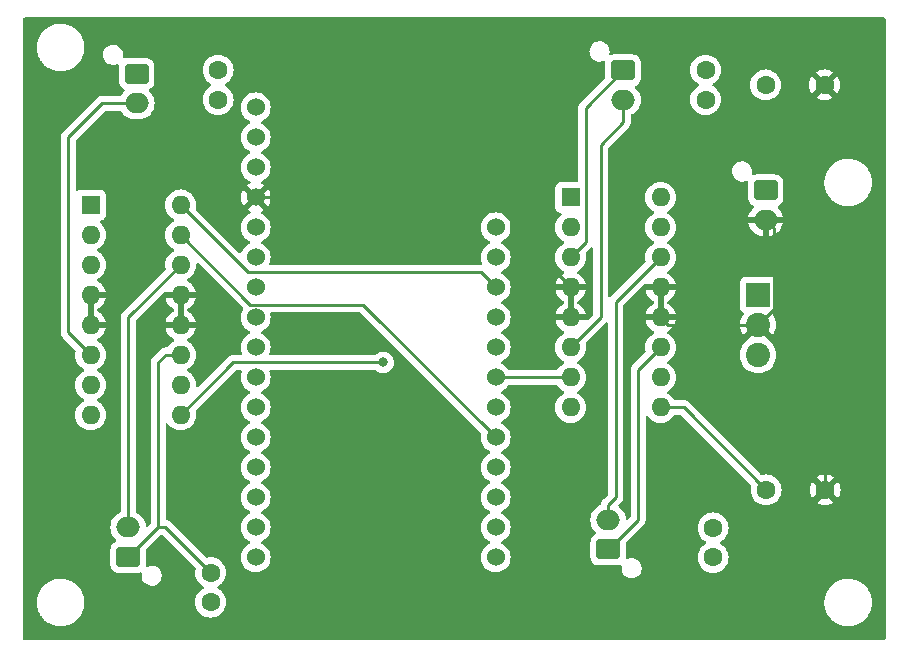
<source format=gbr>
%TF.GenerationSoftware,KiCad,Pcbnew,7.0.2*%
%TF.CreationDate,2024-06-06T15:53:53-07:00*%
%TF.ProjectId,argonCartMotorDesignV2,6172676f-6e43-4617-9274-4d6f746f7244,rev?*%
%TF.SameCoordinates,Original*%
%TF.FileFunction,Copper,L2,Bot*%
%TF.FilePolarity,Positive*%
%FSLAX46Y46*%
G04 Gerber Fmt 4.6, Leading zero omitted, Abs format (unit mm)*
G04 Created by KiCad (PCBNEW 7.0.2) date 2024-06-06 15:53:53*
%MOMM*%
%LPD*%
G01*
G04 APERTURE LIST*
G04 Aperture macros list*
%AMRoundRect*
0 Rectangle with rounded corners*
0 $1 Rounding radius*
0 $2 $3 $4 $5 $6 $7 $8 $9 X,Y pos of 4 corners*
0 Add a 4 corners polygon primitive as box body*
4,1,4,$2,$3,$4,$5,$6,$7,$8,$9,$2,$3,0*
0 Add four circle primitives for the rounded corners*
1,1,$1+$1,$2,$3*
1,1,$1+$1,$4,$5*
1,1,$1+$1,$6,$7*
1,1,$1+$1,$8,$9*
0 Add four rect primitives between the rounded corners*
20,1,$1+$1,$2,$3,$4,$5,0*
20,1,$1+$1,$4,$5,$6,$7,0*
20,1,$1+$1,$6,$7,$8,$9,0*
20,1,$1+$1,$8,$9,$2,$3,0*%
G04 Aperture macros list end*
%TA.AperFunction,ComponentPad*%
%ADD10C,1.600000*%
%TD*%
%TA.AperFunction,ComponentPad*%
%ADD11R,1.600000X1.600000*%
%TD*%
%TA.AperFunction,ComponentPad*%
%ADD12O,1.600000X1.600000*%
%TD*%
%TA.AperFunction,ComponentPad*%
%ADD13RoundRect,0.250000X0.750000X-0.600000X0.750000X0.600000X-0.750000X0.600000X-0.750000X-0.600000X0*%
%TD*%
%TA.AperFunction,ComponentPad*%
%ADD14O,2.000000X1.700000*%
%TD*%
%TA.AperFunction,ComponentPad*%
%ADD15RoundRect,0.250000X-0.750000X0.600000X-0.750000X-0.600000X0.750000X-0.600000X0.750000X0.600000X0*%
%TD*%
%TA.AperFunction,ComponentPad*%
%ADD16C,1.524000*%
%TD*%
%TA.AperFunction,ComponentPad*%
%ADD17R,2.055000X2.055000*%
%TD*%
%TA.AperFunction,ComponentPad*%
%ADD18C,2.055000*%
%TD*%
%TA.AperFunction,ViaPad*%
%ADD19C,0.800000*%
%TD*%
%TA.AperFunction,Conductor*%
%ADD20C,0.250000*%
%TD*%
G04 APERTURE END LIST*
D10*
%TO.P,C6,1*%
%TO.N,Net-(M1-+)*%
X93980000Y-60345000D03*
%TO.P,C6,2*%
%TO.N,Net-(M1--)*%
X93980000Y-62845000D03*
%TD*%
D11*
%TO.P,U1,1,EN1\u002C2*%
%TO.N,Net-(U1-EN1\u002C2)*%
X83185000Y-71755000D03*
D12*
%TO.P,U1,2,1A*%
%TO.N,Net-(U1-1A)*%
X83185000Y-74295000D03*
%TO.P,U1,3,1Y*%
%TO.N,Net-(M1-+)*%
X83185000Y-76835000D03*
%TO.P,U1,4,GND*%
%TO.N,Net-(BT1--)*%
X83185000Y-79375000D03*
%TO.P,U1,5,GND*%
X83185000Y-81915000D03*
%TO.P,U1,6,2Y*%
%TO.N,Net-(M1--)*%
X83185000Y-84455000D03*
%TO.P,U1,7,2A*%
%TO.N,Net-(U1-2A)*%
X83185000Y-86995000D03*
%TO.P,U1,8,VCC2*%
%TO.N,Net-(BT1-+)*%
X83185000Y-89535000D03*
%TO.P,U1,9,EN3\u002C4*%
%TO.N,Net-(U1-EN1\u002C2)*%
X90805000Y-89535000D03*
%TO.P,U1,10,3A*%
%TO.N,Net-(U1-3A)*%
X90805000Y-86995000D03*
%TO.P,U1,11,3Y*%
%TO.N,Net-(M2-+)*%
X90805000Y-84455000D03*
%TO.P,U1,12,GND*%
%TO.N,Net-(BT1--)*%
X90805000Y-81915000D03*
%TO.P,U1,13,GND*%
X90805000Y-79375000D03*
%TO.P,U1,14,4Y*%
%TO.N,Net-(M2--)*%
X90805000Y-76835000D03*
%TO.P,U1,15,4A*%
%TO.N,Net-(U1-4A)*%
X90805000Y-74295000D03*
%TO.P,U1,16,VCC1*%
%TO.N,Net-(U1-EN1\u002C2)*%
X90805000Y-71755000D03*
%TD*%
D13*
%TO.P,M2,1,+*%
%TO.N,Net-(M2-+)*%
X86360000Y-101560000D03*
D14*
%TO.P,M2,2,-*%
%TO.N,Net-(M2--)*%
X86360000Y-99060000D03*
%TD*%
D15*
%TO.P,BT1,1,+*%
%TO.N,Net-(BT1-+)*%
X140335000Y-70525000D03*
D14*
%TO.P,BT1,2,-*%
%TO.N,Net-(BT1--)*%
X140335000Y-73025000D03*
%TD*%
D15*
%TO.P,M1,1,+*%
%TO.N,Net-(M1-+)*%
X87090000Y-60655000D03*
D14*
%TO.P,M1,2,-*%
%TO.N,Net-(M1--)*%
X87090000Y-63155000D03*
%TD*%
D16*
%TO.P,U4,1,RST*%
%TO.N,unconnected-(U4-RST-Pad1)*%
X97155000Y-63500000D03*
%TO.P,U4,2,3V3*%
%TO.N,unconnected-(U4-3V3-Pad2)*%
X97155000Y-66040000D03*
%TO.P,U4,3,MD*%
%TO.N,unconnected-(U4-MD-Pad3)*%
X97155000Y-68580000D03*
%TO.P,U4,4,GND*%
%TO.N,Net-(BT1--)*%
X97155000Y-71120000D03*
%TO.P,U4,5,A0*%
%TO.N,unconnected-(U4-A0-Pad5)*%
X97155000Y-73660000D03*
%TO.P,U4,6,A1*%
%TO.N,unconnected-(U4-A1-Pad6)*%
X97155000Y-76200000D03*
%TO.P,U4,7,A2*%
%TO.N,unconnected-(U4-A2-Pad7)*%
X97155000Y-78740000D03*
%TO.P,U4,8,A3*%
%TO.N,unconnected-(U4-A3-Pad8)*%
X97155000Y-81280000D03*
%TO.P,U4,9,A4*%
%TO.N,unconnected-(U4-A4-Pad9)*%
X97155000Y-83820000D03*
%TO.P,U4,10,A5*%
%TO.N,unconnected-(U4-A5-Pad10)*%
X97155000Y-86360000D03*
%TO.P,U4,11,SCK*%
%TO.N,unconnected-(U4-SCK-Pad11)*%
X97155000Y-88900000D03*
%TO.P,U4,12,MO*%
%TO.N,unconnected-(U4-MO-Pad12)*%
X97155000Y-91440000D03*
%TO.P,U4,13,MI*%
%TO.N,unconnected-(U4-MI-Pad13)*%
X97155000Y-93980000D03*
%TO.P,U4,14,RX*%
%TO.N,unconnected-(U4-RX-Pad14)*%
X97155000Y-96520000D03*
%TO.P,U4,15,TX*%
%TO.N,unconnected-(U4-TX-Pad15)*%
X97155000Y-99060000D03*
%TO.P,U4,16,NC*%
%TO.N,unconnected-(U4-NC-Pad16)*%
X97155000Y-101600000D03*
%TO.P,U4,17,SDA*%
%TO.N,unconnected-(U4-SDA-Pad17)*%
X117475000Y-101600000D03*
%TO.P,U4,18,SCL*%
%TO.N,Net-(U1-1A)*%
X117475000Y-99060000D03*
%TO.P,U4,19,D2*%
%TO.N,Net-(U1-2A)*%
X117475000Y-96520000D03*
%TO.P,U4,20,D3*%
%TO.N,Net-(U1-3A)*%
X117475000Y-93980000D03*
%TO.P,U4,21,D4*%
%TO.N,Net-(U1-4A)*%
X117475000Y-91440000D03*
%TO.P,U4,22,D5*%
%TO.N,Net-(U2-1A)*%
X117475000Y-88900000D03*
%TO.P,U4,23,D6*%
%TO.N,Net-(U2-2A)*%
X117475000Y-86360000D03*
%TO.P,U4,24,D7*%
%TO.N,Net-(U2-3A)*%
X117475000Y-83820000D03*
%TO.P,U4,25,D8*%
%TO.N,Net-(U2-4A)*%
X117475000Y-81280000D03*
%TO.P,U4,26,USB*%
%TO.N,Net-(U1-EN1\u002C2)*%
X117475000Y-78740000D03*
%TO.P,U4,27,EN*%
%TO.N,unconnected-(U4-EN-Pad27)*%
X117475000Y-76200000D03*
%TO.P,U4,28,Li+*%
%TO.N,unconnected-(U4-Li+-Pad28)*%
X117475000Y-73660000D03*
%TD*%
D10*
%TO.P,C2,1*%
%TO.N,Net-(U1-EN1\u002C2)*%
X140375000Y-95885000D03*
%TO.P,C2,2*%
%TO.N,Net-(BT1--)*%
X145375000Y-95885000D03*
%TD*%
D15*
%TO.P,M3,1,+*%
%TO.N,Net-(M3-+)*%
X128270000Y-60365000D03*
D14*
%TO.P,M3,2,-*%
%TO.N,Net-(M3--)*%
X128270000Y-62865000D03*
%TD*%
D11*
%TO.P,U2,1,EN1\u002C2*%
%TO.N,Net-(U1-EN1\u002C2)*%
X123825000Y-71120000D03*
D12*
%TO.P,U2,2,1A*%
%TO.N,Net-(U2-1A)*%
X123825000Y-73660000D03*
%TO.P,U2,3,1Y*%
%TO.N,Net-(M3-+)*%
X123825000Y-76200000D03*
%TO.P,U2,4,GND*%
%TO.N,Net-(BT1--)*%
X123825000Y-78740000D03*
%TO.P,U2,5,GND*%
X123825000Y-81280000D03*
%TO.P,U2,6,2Y*%
%TO.N,Net-(M3--)*%
X123825000Y-83820000D03*
%TO.P,U2,7,2A*%
%TO.N,Net-(U2-2A)*%
X123825000Y-86360000D03*
%TO.P,U2,8,VCC2*%
%TO.N,Net-(BT1-+)*%
X123825000Y-88900000D03*
%TO.P,U2,9,EN3\u002C4*%
%TO.N,Net-(U1-EN1\u002C2)*%
X131445000Y-88900000D03*
%TO.P,U2,10,3A*%
%TO.N,Net-(U2-3A)*%
X131445000Y-86360000D03*
%TO.P,U2,11,3Y*%
%TO.N,Net-(M4-+)*%
X131445000Y-83820000D03*
%TO.P,U2,12,GND*%
%TO.N,Net-(BT1--)*%
X131445000Y-81280000D03*
%TO.P,U2,13,GND*%
X131445000Y-78740000D03*
%TO.P,U2,14,4Y*%
%TO.N,Net-(M4--)*%
X131445000Y-76200000D03*
%TO.P,U2,15,4A*%
%TO.N,Net-(U2-4A)*%
X131445000Y-73660000D03*
%TO.P,U2,16,VCC1*%
%TO.N,Net-(U1-EN1\u002C2)*%
X131445000Y-71120000D03*
%TD*%
D10*
%TO.P,C3,1*%
%TO.N,Net-(M4-+)*%
X135890000Y-101600000D03*
%TO.P,C3,2*%
%TO.N,Net-(M4--)*%
X135890000Y-99100000D03*
%TD*%
D17*
%TO.P,U3,1,IN*%
%TO.N,Net-(BT1-+)*%
X139700000Y-79365000D03*
D18*
%TO.P,U3,2,GND*%
%TO.N,Net-(BT1--)*%
X139700000Y-81915000D03*
%TO.P,U3,3,OUT*%
%TO.N,Net-(U1-EN1\u002C2)*%
X139700000Y-84465000D03*
%TD*%
D10*
%TO.P,C4,1*%
%TO.N,Net-(M3-+)*%
X135255000Y-60345000D03*
%TO.P,C4,2*%
%TO.N,Net-(M3--)*%
X135255000Y-62845000D03*
%TD*%
%TO.P,C5,1*%
%TO.N,Net-(M2-+)*%
X93345000Y-102890000D03*
%TO.P,C5,2*%
%TO.N,Net-(M2--)*%
X93345000Y-105390000D03*
%TD*%
%TO.P,C1,1*%
%TO.N,Net-(BT1-+)*%
X140335000Y-61595000D03*
%TO.P,C1,2*%
%TO.N,Net-(BT1--)*%
X145335000Y-61595000D03*
%TD*%
D13*
%TO.P,M4,1,+*%
%TO.N,Net-(M4-+)*%
X127000000Y-100925000D03*
D14*
%TO.P,M4,2,-*%
%TO.N,Net-(M4--)*%
X127000000Y-98425000D03*
%TD*%
D19*
%TO.N,Net-(U1-EN1\u002C2)*%
X107950000Y-85090000D03*
%TD*%
D20*
%TO.N,Net-(BT1--)*%
X116840000Y-71120000D02*
X97155000Y-71120000D01*
X141052500Y-80562500D02*
X139700000Y-81915000D01*
X123825000Y-78740000D02*
X123825000Y-81280000D01*
X140335000Y-73025000D02*
X141052500Y-73742500D01*
X131445000Y-78740000D02*
X131445000Y-81280000D01*
X118745000Y-73025000D02*
X116840000Y-71120000D01*
X145375000Y-87590000D02*
X145375000Y-95885000D01*
X123825000Y-78740000D02*
X118745000Y-73660000D01*
X139700000Y-81915000D02*
X145375000Y-87590000D01*
X139700000Y-81915000D02*
X132080000Y-81915000D01*
X132080000Y-81915000D02*
X131445000Y-81280000D01*
X141052500Y-73742500D02*
X141052500Y-80562500D01*
X118745000Y-73660000D02*
X118745000Y-73025000D01*
%TO.N,Net-(U1-EN1\u002C2)*%
X133390000Y-88900000D02*
X140375000Y-95885000D01*
X90805000Y-89535000D02*
X95250000Y-85090000D01*
X96520000Y-77470000D02*
X116205000Y-77470000D01*
X116205000Y-77470000D02*
X117475000Y-78740000D01*
X95250000Y-85090000D02*
X107950000Y-85090000D01*
X90805000Y-71755000D02*
X96520000Y-77470000D01*
X131445000Y-88900000D02*
X133390000Y-88900000D01*
%TO.N,Net-(M4-+)*%
X127040000Y-100925000D02*
X127000000Y-100925000D01*
X131445000Y-83820000D02*
X129540000Y-85725000D01*
X129540000Y-85725000D02*
X129540000Y-98425000D01*
X129540000Y-98425000D02*
X127040000Y-100925000D01*
%TO.N,Net-(M4--)*%
X127000000Y-97155000D02*
X127000000Y-98425000D01*
X127635000Y-80010000D02*
X127635000Y-96520000D01*
X131445000Y-76200000D02*
X127635000Y-80010000D01*
X127635000Y-96520000D02*
X127000000Y-97155000D01*
%TO.N,Net-(M3-+)*%
X125095000Y-74930000D02*
X125095000Y-63540000D01*
X125095000Y-63540000D02*
X128270000Y-60365000D01*
X123825000Y-76200000D02*
X125095000Y-74930000D01*
%TO.N,Net-(M3--)*%
X123825000Y-83820000D02*
X126365000Y-81280000D01*
X126365000Y-66675000D02*
X128270000Y-64770000D01*
X126365000Y-81280000D02*
X126365000Y-66675000D01*
X128270000Y-64770000D02*
X128270000Y-62865000D01*
%TO.N,Net-(M2-+)*%
X86360000Y-101560000D02*
X88880000Y-99040000D01*
X88900000Y-99020000D02*
X88900000Y-85090000D01*
X88900000Y-85090000D02*
X89535000Y-84455000D01*
X93345000Y-102890000D02*
X89495000Y-99040000D01*
X88880000Y-99040000D02*
X88900000Y-99020000D01*
X89495000Y-99040000D02*
X88880000Y-99040000D01*
X89535000Y-84455000D02*
X90805000Y-84455000D01*
%TO.N,Net-(M2--)*%
X86360000Y-81280000D02*
X86360000Y-99060000D01*
X90805000Y-76835000D02*
X86360000Y-81280000D01*
%TO.N,Net-(M1--)*%
X81280000Y-66040000D02*
X81280000Y-82550000D01*
X87090000Y-63155000D02*
X84165000Y-63155000D01*
X81280000Y-82550000D02*
X83185000Y-84455000D01*
X84165000Y-63155000D02*
X81280000Y-66040000D01*
%TO.N,Net-(U1-4A)*%
X90805000Y-74295000D02*
X96703875Y-80193875D01*
X96703875Y-80193875D02*
X96704749Y-80193000D01*
X106228000Y-80193000D02*
X117475000Y-91440000D01*
X96704749Y-80193000D02*
X106228000Y-80193000D01*
%TO.N,Net-(U2-2A)*%
X117475000Y-86360000D02*
X123825000Y-86360000D01*
%TD*%
%TA.AperFunction,Conductor*%
%TO.N,Net-(BT1--)*%
G36*
X89502221Y-79124881D02*
G01*
X89502382Y-79125000D01*
X90489314Y-79125000D01*
X90477359Y-79136955D01*
X90419835Y-79249852D01*
X90400014Y-79375000D01*
X90419835Y-79500148D01*
X90477359Y-79613045D01*
X90489314Y-79625000D01*
X89526128Y-79625000D01*
X89578733Y-79821326D01*
X89674865Y-80027480D01*
X89805341Y-80213819D01*
X89966180Y-80374658D01*
X90152519Y-80505134D01*
X90211456Y-80532618D01*
X90263895Y-80578791D01*
X90283047Y-80645985D01*
X90262831Y-80712866D01*
X90211456Y-80757382D01*
X90152519Y-80784865D01*
X89966180Y-80915341D01*
X89805341Y-81076180D01*
X89674865Y-81262519D01*
X89578733Y-81468673D01*
X89526128Y-81664999D01*
X89526128Y-81665000D01*
X90489314Y-81665000D01*
X90477359Y-81676955D01*
X90419835Y-81789852D01*
X90400014Y-81915000D01*
X90419835Y-82040148D01*
X90477359Y-82153045D01*
X90489314Y-82165000D01*
X89526128Y-82165000D01*
X89578733Y-82361326D01*
X89674865Y-82567480D01*
X89805341Y-82753819D01*
X89966180Y-82914658D01*
X90152519Y-83045134D01*
X90210865Y-83072342D01*
X90263304Y-83118514D01*
X90282456Y-83185708D01*
X90262240Y-83252589D01*
X90210866Y-83297105D01*
X90152267Y-83324430D01*
X89965859Y-83454953D01*
X89804952Y-83615860D01*
X89693907Y-83774451D01*
X89639330Y-83818076D01*
X89596227Y-83827267D01*
X89529365Y-83829368D01*
X89527112Y-83829439D01*
X89523219Y-83829500D01*
X89495650Y-83829500D01*
X89491794Y-83829986D01*
X89491791Y-83829987D01*
X89491735Y-83829994D01*
X89491662Y-83830003D01*
X89480043Y-83830917D01*
X89436372Y-83832289D01*
X89417128Y-83837880D01*
X89398084Y-83841824D01*
X89378208Y-83844335D01*
X89337600Y-83860413D01*
X89326554Y-83864194D01*
X89284610Y-83876382D01*
X89284607Y-83876383D01*
X89267365Y-83886579D01*
X89249904Y-83895133D01*
X89231267Y-83902512D01*
X89195931Y-83928185D01*
X89186174Y-83934595D01*
X89148580Y-83956829D01*
X89134413Y-83970996D01*
X89119624Y-83983626D01*
X89103413Y-83995404D01*
X89075572Y-84029058D01*
X89067711Y-84037697D01*
X88516208Y-84589199D01*
X88500110Y-84602096D01*
X88452096Y-84653225D01*
X88449392Y-84656016D01*
X88432628Y-84672780D01*
X88432621Y-84672787D01*
X88429880Y-84675529D01*
X88427499Y-84678597D01*
X88427490Y-84678608D01*
X88427411Y-84678711D01*
X88419842Y-84687572D01*
X88389935Y-84719420D01*
X88380285Y-84736974D01*
X88369609Y-84753228D01*
X88357326Y-84769063D01*
X88339975Y-84809158D01*
X88334838Y-84819644D01*
X88313802Y-84857907D01*
X88308821Y-84877309D01*
X88302520Y-84895711D01*
X88294561Y-84914102D01*
X88287728Y-84957242D01*
X88285360Y-84968674D01*
X88274499Y-85010977D01*
X88274500Y-85031016D01*
X88272973Y-85050414D01*
X88269840Y-85070194D01*
X88273950Y-85113673D01*
X88274500Y-85125343D01*
X88274500Y-98709546D01*
X88254815Y-98776585D01*
X88238181Y-98797227D01*
X88062521Y-98972886D01*
X88001198Y-99006371D01*
X87931506Y-99001387D01*
X87875573Y-98959515D01*
X87851312Y-98896012D01*
X87845063Y-98824592D01*
X87837290Y-98795581D01*
X87783903Y-98596337D01*
X87684035Y-98382171D01*
X87548495Y-98188599D01*
X87381401Y-98021505D01*
X87295472Y-97961337D01*
X87187831Y-97885966D01*
X87057094Y-97825001D01*
X87004655Y-97778828D01*
X86985500Y-97712619D01*
X86985500Y-81590451D01*
X87005185Y-81523412D01*
X87021814Y-81502775D01*
X89371210Y-79153379D01*
X89432529Y-79119897D01*
X89502221Y-79124881D01*
G37*
%TD.AperFunction*%
%TA.AperFunction,Conductor*%
G36*
X130142221Y-78489881D02*
G01*
X130142382Y-78490000D01*
X131129314Y-78490000D01*
X131117359Y-78501955D01*
X131059835Y-78614852D01*
X131040014Y-78740000D01*
X131059835Y-78865148D01*
X131117359Y-78978045D01*
X131129314Y-78990000D01*
X130166128Y-78990000D01*
X130218733Y-79186326D01*
X130314865Y-79392480D01*
X130445341Y-79578819D01*
X130606180Y-79739658D01*
X130792519Y-79870134D01*
X130851456Y-79897618D01*
X130903895Y-79943791D01*
X130923047Y-80010985D01*
X130902831Y-80077866D01*
X130851456Y-80122382D01*
X130792519Y-80149865D01*
X130606180Y-80280341D01*
X130445341Y-80441180D01*
X130314865Y-80627519D01*
X130218733Y-80833673D01*
X130166128Y-81029999D01*
X130166128Y-81030000D01*
X131129314Y-81030000D01*
X131117359Y-81041955D01*
X131059835Y-81154852D01*
X131040014Y-81280000D01*
X131059835Y-81405148D01*
X131117359Y-81518045D01*
X131129314Y-81530000D01*
X130166128Y-81530000D01*
X130218733Y-81726326D01*
X130314865Y-81932480D01*
X130445341Y-82118819D01*
X130606180Y-82279658D01*
X130792519Y-82410134D01*
X130850865Y-82437342D01*
X130903304Y-82483514D01*
X130922456Y-82550708D01*
X130902240Y-82617589D01*
X130850866Y-82662105D01*
X130792267Y-82689430D01*
X130605859Y-82819953D01*
X130444953Y-82980859D01*
X130314432Y-83167264D01*
X130218261Y-83373502D01*
X130159364Y-83593310D01*
X130139531Y-83819999D01*
X130159364Y-84046690D01*
X130177680Y-84115047D01*
X130176017Y-84184897D01*
X130145586Y-84234821D01*
X129156208Y-85224199D01*
X129140110Y-85237096D01*
X129092096Y-85288225D01*
X129089392Y-85291016D01*
X129072628Y-85307780D01*
X129072621Y-85307787D01*
X129069880Y-85310529D01*
X129067499Y-85313597D01*
X129067490Y-85313608D01*
X129067411Y-85313711D01*
X129059842Y-85322572D01*
X129029935Y-85354420D01*
X129020285Y-85371974D01*
X129009609Y-85388228D01*
X128997326Y-85404063D01*
X128979975Y-85444158D01*
X128974838Y-85454644D01*
X128953802Y-85492907D01*
X128948821Y-85512309D01*
X128942520Y-85530711D01*
X128934561Y-85549102D01*
X128927728Y-85592242D01*
X128925360Y-85603674D01*
X128914499Y-85645977D01*
X128914500Y-85666016D01*
X128912973Y-85685414D01*
X128909839Y-85705196D01*
X128913949Y-85748676D01*
X128914499Y-85760343D01*
X128914500Y-98114546D01*
X128894815Y-98181585D01*
X128878181Y-98202227D01*
X128705739Y-98374669D01*
X128644416Y-98408154D01*
X128574724Y-98403170D01*
X128518791Y-98361298D01*
X128494530Y-98297795D01*
X128485063Y-98189592D01*
X128478717Y-98165909D01*
X128423903Y-97961337D01*
X128324035Y-97747171D01*
X128188495Y-97553599D01*
X128021401Y-97386505D01*
X127925819Y-97319578D01*
X127882197Y-97265003D01*
X127875004Y-97195504D01*
X127906526Y-97133150D01*
X127909232Y-97130356D01*
X128018786Y-97020802D01*
X128034886Y-97007905D01*
X128036874Y-97005787D01*
X128036877Y-97005786D01*
X128082964Y-96956707D01*
X128085549Y-96954039D01*
X128105120Y-96934470D01*
X128107565Y-96931316D01*
X128115154Y-96922429D01*
X128145062Y-96890582D01*
X128154713Y-96873026D01*
X128165393Y-96856767D01*
X128177674Y-96840936D01*
X128195018Y-96800851D01*
X128200160Y-96790356D01*
X128221197Y-96752092D01*
X128226178Y-96732688D01*
X128232480Y-96714283D01*
X128240438Y-96695895D01*
X128247270Y-96652748D01*
X128249639Y-96641316D01*
X128260499Y-96599021D01*
X128260500Y-96599019D01*
X128260500Y-96578973D01*
X128262024Y-96559602D01*
X128265160Y-96539804D01*
X128261050Y-96496324D01*
X128260500Y-96484655D01*
X128260500Y-80320451D01*
X128280185Y-80253412D01*
X128296814Y-80232775D01*
X130011209Y-78518380D01*
X130072529Y-78484897D01*
X130142221Y-78489881D01*
G37*
%TD.AperFunction*%
%TA.AperFunction,Conductor*%
G36*
X92302864Y-76679656D02*
G01*
X92317818Y-76692408D01*
X94198154Y-78572745D01*
X96072141Y-80446732D01*
X96105626Y-80508055D01*
X96100642Y-80577747D01*
X96086036Y-80605535D01*
X96057465Y-80646339D01*
X95964106Y-80846548D01*
X95906929Y-81059934D01*
X95887676Y-81280000D01*
X95906929Y-81500065D01*
X95964106Y-81713451D01*
X96008138Y-81807878D01*
X96057466Y-81913662D01*
X96184174Y-82094620D01*
X96340380Y-82250826D01*
X96521338Y-82377534D01*
X96637060Y-82431496D01*
X96650189Y-82437618D01*
X96702628Y-82483790D01*
X96721780Y-82550984D01*
X96701564Y-82617865D01*
X96650189Y-82662382D01*
X96521338Y-82722466D01*
X96340379Y-82849174D01*
X96184174Y-83005379D01*
X96057466Y-83186338D01*
X95964106Y-83386548D01*
X95906929Y-83599934D01*
X95887676Y-83820000D01*
X95906929Y-84040065D01*
X95964106Y-84253451D01*
X95980261Y-84288095D01*
X95990753Y-84357173D01*
X95962233Y-84420957D01*
X95903757Y-84459196D01*
X95867879Y-84464500D01*
X95332740Y-84464500D01*
X95312236Y-84462236D01*
X95242144Y-84464439D01*
X95238250Y-84464500D01*
X95210650Y-84464500D01*
X95206799Y-84464986D01*
X95206768Y-84464988D01*
X95206640Y-84465005D01*
X95195028Y-84465918D01*
X95151372Y-84467290D01*
X95132135Y-84472879D01*
X95113094Y-84476822D01*
X95093208Y-84479335D01*
X95052582Y-84495419D01*
X95041537Y-84499200D01*
X94999613Y-84511381D01*
X94982365Y-84521581D01*
X94964903Y-84530135D01*
X94952915Y-84534881D01*
X94946265Y-84537515D01*
X94910926Y-84563189D01*
X94901168Y-84569599D01*
X94863579Y-84591829D01*
X94849410Y-84605998D01*
X94834622Y-84618628D01*
X94818413Y-84630405D01*
X94790572Y-84664058D01*
X94782711Y-84672696D01*
X92317819Y-87137588D01*
X92256496Y-87171073D01*
X92186804Y-87166089D01*
X92130871Y-87124217D01*
X92106454Y-87058753D01*
X92106610Y-87039099D01*
X92110468Y-86994999D01*
X92092835Y-86793451D01*
X92090635Y-86768308D01*
X92031739Y-86548504D01*
X91935568Y-86342266D01*
X91858926Y-86232808D01*
X91805046Y-86155859D01*
X91644140Y-85994953D01*
X91457733Y-85864431D01*
X91399725Y-85837382D01*
X91347285Y-85791210D01*
X91328133Y-85724017D01*
X91348348Y-85657135D01*
X91399725Y-85612618D01*
X91457734Y-85585568D01*
X91644139Y-85455047D01*
X91805047Y-85294139D01*
X91935568Y-85107734D01*
X92031739Y-84901496D01*
X92090635Y-84681692D01*
X92110468Y-84455000D01*
X92090635Y-84228308D01*
X92031739Y-84008504D01*
X91935568Y-83802266D01*
X91805047Y-83615861D01*
X91805046Y-83615859D01*
X91644140Y-83454953D01*
X91457736Y-83324433D01*
X91457730Y-83324430D01*
X91399132Y-83297105D01*
X91346695Y-83250933D01*
X91327543Y-83183739D01*
X91347759Y-83116858D01*
X91399135Y-83072342D01*
X91457479Y-83045135D01*
X91643819Y-82914658D01*
X91804658Y-82753819D01*
X91935134Y-82567480D01*
X92031266Y-82361326D01*
X92083872Y-82165000D01*
X91120686Y-82165000D01*
X91132641Y-82153045D01*
X91190165Y-82040148D01*
X91209986Y-81915000D01*
X91190165Y-81789852D01*
X91132641Y-81676955D01*
X91120686Y-81665000D01*
X92083872Y-81665000D01*
X92083871Y-81664999D01*
X92031266Y-81468673D01*
X91935134Y-81262519D01*
X91804658Y-81076180D01*
X91643819Y-80915341D01*
X91457479Y-80784864D01*
X91398543Y-80757382D01*
X91346103Y-80711210D01*
X91326951Y-80644017D01*
X91347166Y-80577136D01*
X91398543Y-80532618D01*
X91457479Y-80505135D01*
X91643819Y-80374658D01*
X91804658Y-80213819D01*
X91935134Y-80027480D01*
X92031266Y-79821326D01*
X92083872Y-79625000D01*
X91120686Y-79625000D01*
X91132641Y-79613045D01*
X91190165Y-79500148D01*
X91209986Y-79375000D01*
X91190165Y-79249852D01*
X91132641Y-79136955D01*
X91120686Y-79125000D01*
X92083872Y-79125000D01*
X92083871Y-79124999D01*
X92031266Y-78928673D01*
X91935134Y-78722519D01*
X91804658Y-78536180D01*
X91643819Y-78375341D01*
X91457482Y-78244866D01*
X91399133Y-78217657D01*
X91346694Y-78171484D01*
X91327543Y-78104290D01*
X91347759Y-78037409D01*
X91399134Y-77992893D01*
X91457734Y-77965568D01*
X91644139Y-77835047D01*
X91805047Y-77674139D01*
X91935568Y-77487734D01*
X92031739Y-77281496D01*
X92090635Y-77061692D01*
X92110468Y-76835000D01*
X92109577Y-76824815D01*
X92106610Y-76790897D01*
X92120377Y-76722397D01*
X92168992Y-76672214D01*
X92237021Y-76656281D01*
X92302864Y-76679656D01*
G37*
%TD.AperFunction*%
%TA.AperFunction,Conductor*%
G36*
X91055000Y-81599314D02*
G01*
X91043045Y-81587359D01*
X90930148Y-81529835D01*
X90836481Y-81515000D01*
X90773519Y-81515000D01*
X90679852Y-81529835D01*
X90566955Y-81587359D01*
X90555000Y-81599314D01*
X90555000Y-79690686D01*
X90566955Y-79702641D01*
X90679852Y-79760165D01*
X90773519Y-79775000D01*
X90836481Y-79775000D01*
X90930148Y-79760165D01*
X91043045Y-79702641D01*
X91055000Y-79690686D01*
X91055000Y-81599314D01*
G37*
%TD.AperFunction*%
%TA.AperFunction,Conductor*%
G36*
X125655161Y-75353120D02*
G01*
X125712383Y-75393213D01*
X125738845Y-75457878D01*
X125739500Y-75470606D01*
X125739500Y-80969546D01*
X125719815Y-81036585D01*
X125703181Y-81057227D01*
X125258791Y-81501615D01*
X125197468Y-81535100D01*
X125127776Y-81530116D01*
X125127619Y-81530000D01*
X124140686Y-81530000D01*
X124152641Y-81518045D01*
X124210165Y-81405148D01*
X124229986Y-81280000D01*
X124210165Y-81154852D01*
X124152641Y-81041955D01*
X124140686Y-81030000D01*
X125103872Y-81030000D01*
X125103871Y-81029999D01*
X125051266Y-80833673D01*
X124955134Y-80627519D01*
X124824658Y-80441180D01*
X124663819Y-80280341D01*
X124477479Y-80149864D01*
X124418543Y-80122382D01*
X124366103Y-80076210D01*
X124346951Y-80009017D01*
X124367166Y-79942136D01*
X124418543Y-79897618D01*
X124477479Y-79870135D01*
X124663819Y-79739658D01*
X124824658Y-79578819D01*
X124955134Y-79392480D01*
X125051266Y-79186326D01*
X125103872Y-78990000D01*
X124140686Y-78990000D01*
X124152641Y-78978045D01*
X124210165Y-78865148D01*
X124229986Y-78740000D01*
X124210165Y-78614852D01*
X124152641Y-78501955D01*
X124140686Y-78490000D01*
X125103872Y-78490000D01*
X125103871Y-78489999D01*
X125051266Y-78293673D01*
X124955134Y-78087519D01*
X124824658Y-77901180D01*
X124663819Y-77740341D01*
X124477482Y-77609866D01*
X124419133Y-77582657D01*
X124366694Y-77536484D01*
X124347543Y-77469290D01*
X124367759Y-77402409D01*
X124419134Y-77357893D01*
X124477734Y-77330568D01*
X124664139Y-77200047D01*
X124825047Y-77039139D01*
X124955568Y-76852734D01*
X125051739Y-76646496D01*
X125110635Y-76426692D01*
X125130468Y-76200000D01*
X125128916Y-76182266D01*
X125111215Y-75979934D01*
X125110635Y-75973308D01*
X125092318Y-75904951D01*
X125093982Y-75835101D01*
X125124411Y-75785178D01*
X125478789Y-75430800D01*
X125494886Y-75417905D01*
X125496874Y-75415787D01*
X125496877Y-75415786D01*
X125525108Y-75385721D01*
X125585348Y-75350328D01*
X125655161Y-75353120D01*
G37*
%TD.AperFunction*%
%TA.AperFunction,Conductor*%
G36*
X124075000Y-80964314D02*
G01*
X124063045Y-80952359D01*
X123950148Y-80894835D01*
X123856481Y-80880000D01*
X123793519Y-80880000D01*
X123699852Y-80894835D01*
X123586955Y-80952359D01*
X123575000Y-80964313D01*
X123575000Y-79055686D01*
X123586955Y-79067641D01*
X123699852Y-79125165D01*
X123793519Y-79140000D01*
X123856481Y-79140000D01*
X123950148Y-79125165D01*
X124063045Y-79067641D01*
X124075000Y-79055685D01*
X124075000Y-80964314D01*
G37*
%TD.AperFunction*%
%TA.AperFunction,Conductor*%
G36*
X131695000Y-80964314D02*
G01*
X131683045Y-80952359D01*
X131570148Y-80894835D01*
X131476481Y-80880000D01*
X131413519Y-80880000D01*
X131319852Y-80894835D01*
X131206955Y-80952359D01*
X131195000Y-80964313D01*
X131195000Y-79055686D01*
X131206955Y-79067641D01*
X131319852Y-79125165D01*
X131413519Y-79140000D01*
X131476481Y-79140000D01*
X131570148Y-79125165D01*
X131683045Y-79067641D01*
X131695000Y-79055685D01*
X131695000Y-80964314D01*
G37*
%TD.AperFunction*%
%TA.AperFunction,Conductor*%
G36*
X83435000Y-81599314D02*
G01*
X83423045Y-81587359D01*
X83310148Y-81529835D01*
X83216481Y-81515000D01*
X83153519Y-81515000D01*
X83059852Y-81529835D01*
X82946955Y-81587359D01*
X82934999Y-81599314D01*
X82934999Y-79690686D01*
X82946955Y-79702641D01*
X83059852Y-79760165D01*
X83153519Y-79775000D01*
X83216481Y-79775000D01*
X83310148Y-79760165D01*
X83423045Y-79702641D01*
X83435000Y-79690686D01*
X83435000Y-81599314D01*
G37*
%TD.AperFunction*%
%TA.AperFunction,Conductor*%
G36*
X150437539Y-55900185D02*
G01*
X150483294Y-55952989D01*
X150494500Y-56004500D01*
X150494500Y-108460500D01*
X150474815Y-108527539D01*
X150422011Y-108573294D01*
X150370500Y-108584500D01*
X77594500Y-108584500D01*
X77527461Y-108564815D01*
X77481706Y-108512011D01*
X77470500Y-108460500D01*
X77470500Y-105410000D01*
X78631761Y-105410000D01*
X78632050Y-105414225D01*
X78632050Y-105414226D01*
X78638137Y-105503231D01*
X78636379Y-105511192D01*
X78640250Y-105538734D01*
X78641168Y-105547528D01*
X78641556Y-105553199D01*
X78641845Y-105561663D01*
X78641845Y-105584763D01*
X78644342Y-105593944D01*
X78650222Y-105679903D01*
X78650512Y-105684136D01*
X78651375Y-105688291D01*
X78651376Y-105688295D01*
X78670147Y-105778627D01*
X78669415Y-105787670D01*
X78677631Y-105816322D01*
X78679842Y-105825279D01*
X78681125Y-105831455D01*
X78682510Y-105839415D01*
X78685411Y-105860054D01*
X78688645Y-105867642D01*
X78706417Y-105953165D01*
X78707835Y-105957155D01*
X78707836Y-105957157D01*
X78739769Y-106047009D01*
X78740326Y-106056978D01*
X78753170Y-106085826D01*
X78756727Y-106094725D01*
X78759224Y-106101749D01*
X78761583Y-106109105D01*
X78766612Y-106126643D01*
X78770191Y-106132609D01*
X78798434Y-106212077D01*
X78800381Y-106215835D01*
X78800383Y-106215839D01*
X78845677Y-106303251D01*
X78847756Y-106313923D01*
X78865311Y-106342016D01*
X78870254Y-106350682D01*
X78874534Y-106358943D01*
X78877711Y-106365547D01*
X78883897Y-106379441D01*
X78887430Y-106383831D01*
X78924850Y-106456047D01*
X78927296Y-106459512D01*
X78985859Y-106542477D01*
X78989653Y-106553590D01*
X79011832Y-106580021D01*
X79018136Y-106588204D01*
X79024942Y-106597846D01*
X79028781Y-106603621D01*
X79034994Y-106613564D01*
X79038112Y-106616503D01*
X79083308Y-106680531D01*
X79086196Y-106683623D01*
X79157641Y-106760122D01*
X79163296Y-106771376D01*
X79189828Y-106795266D01*
X79197485Y-106802785D01*
X79207744Y-106813771D01*
X79212101Y-106818693D01*
X79217006Y-106824539D01*
X79219373Y-106826221D01*
X79267962Y-106878248D01*
X79270857Y-106881347D01*
X79357762Y-106952050D01*
X79365373Y-106963122D01*
X79395860Y-106983685D01*
X79404764Y-106990289D01*
X79419531Y-107002302D01*
X79424235Y-107006330D01*
X79426410Y-107008288D01*
X79427743Y-107008983D01*
X79484005Y-107054756D01*
X79582402Y-107114592D01*
X79592005Y-107125134D01*
X79625898Y-107141665D01*
X79635965Y-107147165D01*
X79656480Y-107159640D01*
X79658933Y-107161212D01*
X79659248Y-107161323D01*
X79718779Y-107197525D01*
X79722664Y-107199212D01*
X79722667Y-107199214D01*
X79827283Y-107244655D01*
X79838854Y-107254309D01*
X79875502Y-107266217D01*
X79886587Y-107270414D01*
X79958457Y-107301632D01*
X79970807Y-107306996D01*
X80087743Y-107339760D01*
X80101189Y-107348167D01*
X80139831Y-107354981D01*
X80151747Y-107357693D01*
X80235394Y-107381130D01*
X80325624Y-107393532D01*
X80358822Y-107398095D01*
X80373997Y-107404912D01*
X80413835Y-107406303D01*
X80426380Y-107407380D01*
X80507612Y-107418546D01*
X80511849Y-107418546D01*
X80635354Y-107418546D01*
X80652048Y-107423448D01*
X80692225Y-107419225D01*
X80705187Y-107418546D01*
X80778151Y-107418546D01*
X80782388Y-107418546D01*
X80912070Y-107400721D01*
X80930017Y-107403415D01*
X80969655Y-107393532D01*
X80982759Y-107391005D01*
X81054606Y-107381130D01*
X81183694Y-107344961D01*
X81202570Y-107345195D01*
X81240802Y-107329749D01*
X81253794Y-107325319D01*
X81319193Y-107306996D01*
X81445061Y-107252323D01*
X81464512Y-107249895D01*
X81500509Y-107229113D01*
X81513093Y-107222773D01*
X81571221Y-107197525D01*
X81691181Y-107124575D01*
X81710806Y-107119338D01*
X81743767Y-107093587D01*
X81755670Y-107085359D01*
X81805995Y-107054756D01*
X81917365Y-106964148D01*
X81936738Y-106956018D01*
X81965947Y-106925772D01*
X81976884Y-106915726D01*
X82019143Y-106881347D01*
X82119304Y-106774100D01*
X82137976Y-106763060D01*
X82162786Y-106728913D01*
X82172483Y-106717160D01*
X82175592Y-106713830D01*
X82206692Y-106680531D01*
X82293156Y-106558038D01*
X82310677Y-106544141D01*
X82330553Y-106506760D01*
X82338726Y-106493480D01*
X82365150Y-106456047D01*
X82435590Y-106320104D01*
X82451514Y-106303472D01*
X82466021Y-106263616D01*
X82472446Y-106248977D01*
X82489614Y-106215844D01*
X82489613Y-106215844D01*
X82491566Y-106212077D01*
X82543906Y-106064804D01*
X82557797Y-106045635D01*
X82566626Y-106004097D01*
X82571071Y-105988367D01*
X82583583Y-105953165D01*
X82639488Y-105684136D01*
X82658239Y-105410000D01*
X82639488Y-105135864D01*
X82583583Y-104866835D01*
X82571078Y-104831649D01*
X82566628Y-104815905D01*
X82559465Y-104782208D01*
X82543910Y-104755207D01*
X82491566Y-104607923D01*
X82472447Y-104571025D01*
X82466022Y-104556386D01*
X82454179Y-104523848D01*
X82435591Y-104499897D01*
X82367099Y-104367715D01*
X82365150Y-104363953D01*
X82338739Y-104326537D01*
X82330557Y-104313243D01*
X82314231Y-104282540D01*
X82293156Y-104261961D01*
X82206692Y-104139469D01*
X82172480Y-104102837D01*
X82162787Y-104091087D01*
X82142288Y-104062873D01*
X82119306Y-104045901D01*
X82022030Y-103941744D01*
X82022028Y-103941742D01*
X82019143Y-103938653D01*
X81976891Y-103904278D01*
X81965953Y-103894232D01*
X81941676Y-103869092D01*
X81917365Y-103855850D01*
X81809287Y-103767922D01*
X81809284Y-103767920D01*
X81805995Y-103765244D01*
X81801248Y-103762357D01*
X81755683Y-103734648D01*
X81743772Y-103726415D01*
X81716218Y-103704888D01*
X81691179Y-103695423D01*
X81574839Y-103624675D01*
X81574835Y-103624673D01*
X81571221Y-103622475D01*
X81567341Y-103620789D01*
X81567332Y-103620785D01*
X81513113Y-103597235D01*
X81500514Y-103590888D01*
X81470254Y-103573417D01*
X81445063Y-103567676D01*
X81323080Y-103514691D01*
X81323062Y-103514684D01*
X81319193Y-103513004D01*
X81253806Y-103494683D01*
X81240811Y-103490252D01*
X81208489Y-103477193D01*
X81183695Y-103475038D01*
X81058689Y-103440013D01*
X81058675Y-103440010D01*
X81054606Y-103438870D01*
X81050416Y-103438294D01*
X81050406Y-103438292D01*
X80982776Y-103428997D01*
X80969663Y-103426469D01*
X80935966Y-103418067D01*
X80912071Y-103419278D01*
X80786588Y-103402031D01*
X80786583Y-103402030D01*
X80782388Y-103401454D01*
X80705183Y-103401454D01*
X80692222Y-103400775D01*
X80657891Y-103397166D01*
X80635354Y-103401454D01*
X80507612Y-103401454D01*
X80503417Y-103402030D01*
X80503411Y-103402031D01*
X80426405Y-103412615D01*
X80413849Y-103413694D01*
X80379620Y-103414889D01*
X80358825Y-103421904D01*
X80239591Y-103438293D01*
X80239589Y-103438293D01*
X80235394Y-103438870D01*
X80231330Y-103440008D01*
X80231314Y-103440012D01*
X80151764Y-103462302D01*
X80139841Y-103465016D01*
X80106463Y-103470901D01*
X80087745Y-103480239D01*
X79974875Y-103511864D01*
X79974872Y-103511864D01*
X79970807Y-103513004D01*
X79966935Y-103514685D01*
X79966926Y-103514689D01*
X79886591Y-103549583D01*
X79875510Y-103553779D01*
X79843695Y-103564116D01*
X79827285Y-103575344D01*
X79722662Y-103620788D01*
X79722657Y-103620790D01*
X79718779Y-103622475D01*
X79715167Y-103624671D01*
X79715164Y-103624673D01*
X79659251Y-103658674D01*
X79659008Y-103658738D01*
X79656450Y-103660378D01*
X79635982Y-103672825D01*
X79625912Y-103678327D01*
X79596332Y-103692753D01*
X79582404Y-103705406D01*
X79487625Y-103763042D01*
X79487618Y-103763046D01*
X79484005Y-103765244D01*
X79480718Y-103767918D01*
X79480714Y-103767921D01*
X79427743Y-103811016D01*
X79426691Y-103811457D01*
X79424228Y-103813675D01*
X79419521Y-103817705D01*
X79404788Y-103829692D01*
X79395870Y-103836306D01*
X79369135Y-103854338D01*
X79357763Y-103867949D01*
X79274142Y-103935980D01*
X79274138Y-103935983D01*
X79270857Y-103938653D01*
X79267974Y-103941739D01*
X79267961Y-103941752D01*
X79219373Y-103993777D01*
X79217480Y-103994895D01*
X79212092Y-104001317D01*
X79207730Y-104006243D01*
X79197479Y-104017219D01*
X79189830Y-104024730D01*
X79166453Y-104045779D01*
X79157642Y-104059875D01*
X79086202Y-104136368D01*
X79086187Y-104136385D01*
X79083308Y-104139469D01*
X79080871Y-104142920D01*
X79080868Y-104142925D01*
X79038114Y-104203494D01*
X79035571Y-104205510D01*
X79028776Y-104216384D01*
X79024925Y-104222177D01*
X79018150Y-104231775D01*
X79011837Y-104239971D01*
X78992200Y-104263373D01*
X78985860Y-104277520D01*
X78924850Y-104363953D01*
X78922901Y-104367714D01*
X78922900Y-104367716D01*
X78887430Y-104436168D01*
X78884479Y-104439248D01*
X78877708Y-104454458D01*
X78874524Y-104461076D01*
X78870249Y-104469325D01*
X78865314Y-104477977D01*
X78849699Y-104502966D01*
X78845677Y-104516748D01*
X78800383Y-104604160D01*
X78800378Y-104604170D01*
X78798434Y-104607923D01*
X78797017Y-104611908D01*
X78797013Y-104611919D01*
X78770192Y-104687388D01*
X78767100Y-104691654D01*
X78761581Y-104710901D01*
X78759229Y-104718234D01*
X78756738Y-104725245D01*
X78753174Y-104734165D01*
X78741694Y-104759948D01*
X78739769Y-104772988D01*
X78706417Y-104866835D01*
X78705554Y-104870985D01*
X78705553Y-104870991D01*
X78688645Y-104952356D01*
X78685702Y-104957866D01*
X78682507Y-104980599D01*
X78681122Y-104988559D01*
X78679843Y-104994716D01*
X78677632Y-105003674D01*
X78670259Y-105029386D01*
X78670148Y-105041370D01*
X78650512Y-105135864D01*
X78650223Y-105140088D01*
X78650222Y-105140096D01*
X78644343Y-105226053D01*
X78641845Y-105232814D01*
X78641845Y-105258336D01*
X78641555Y-105266806D01*
X78641167Y-105272473D01*
X78640250Y-105281260D01*
X78636761Y-105306085D01*
X78638138Y-105316768D01*
X78631761Y-105410000D01*
X77470500Y-105410000D01*
X77470500Y-99060000D01*
X84854340Y-99060000D01*
X84874936Y-99295407D01*
X84936097Y-99523663D01*
X85035965Y-99737829D01*
X85171505Y-99931401D01*
X85318705Y-100078601D01*
X85352190Y-100139924D01*
X85347206Y-100209616D01*
X85305334Y-100265549D01*
X85296121Y-100271821D01*
X85141341Y-100367289D01*
X85017288Y-100491342D01*
X84925186Y-100640665D01*
X84870000Y-100807202D01*
X84859819Y-100906858D01*
X84859817Y-100906878D01*
X84859500Y-100909991D01*
X84859500Y-100913138D01*
X84859500Y-100913139D01*
X84859500Y-102206859D01*
X84859500Y-102206878D01*
X84859501Y-102210008D01*
X84859820Y-102213140D01*
X84859821Y-102213141D01*
X84870000Y-102312796D01*
X84925186Y-102479334D01*
X85017288Y-102628657D01*
X85141342Y-102752711D01*
X85143234Y-102753878D01*
X85290666Y-102844814D01*
X85358594Y-102867323D01*
X85457202Y-102899999D01*
X85556858Y-102910180D01*
X85556859Y-102910180D01*
X85559991Y-102910500D01*
X87160008Y-102910499D01*
X87262797Y-102899999D01*
X87362218Y-102867053D01*
X87432044Y-102864652D01*
X87492086Y-102900383D01*
X87523279Y-102962904D01*
X87523587Y-103004820D01*
X87505740Y-103113684D01*
X87515754Y-103298407D01*
X87565245Y-103476658D01*
X87651899Y-103640103D01*
X87771663Y-103781100D01*
X87918936Y-103893055D01*
X88086830Y-103970731D01*
X88086831Y-103970731D01*
X88086833Y-103970732D01*
X88267503Y-104010500D01*
X88402754Y-104010500D01*
X88406113Y-104010500D01*
X88543910Y-103995514D01*
X88719221Y-103936444D01*
X88877736Y-103841070D01*
X89012041Y-103713849D01*
X89115858Y-103560730D01*
X89171171Y-103421904D01*
X89184330Y-103388878D01*
X89184330Y-103388877D01*
X89184331Y-103388875D01*
X89214260Y-103206317D01*
X89204245Y-103021593D01*
X89173400Y-102910500D01*
X89154754Y-102843341D01*
X89068100Y-102679896D01*
X88948336Y-102538899D01*
X88801063Y-102426944D01*
X88633169Y-102349268D01*
X88452497Y-102309500D01*
X88313887Y-102309500D01*
X88310552Y-102309862D01*
X88310546Y-102309863D01*
X88176089Y-102324485D01*
X88019663Y-102377192D01*
X87949848Y-102379944D01*
X87889628Y-102344513D01*
X87858122Y-102282150D01*
X87856712Y-102247084D01*
X87860500Y-102210009D01*
X87860499Y-100995451D01*
X87880184Y-100928413D01*
X87896813Y-100907776D01*
X89099821Y-99704769D01*
X89161142Y-99671286D01*
X89230834Y-99676270D01*
X89275181Y-99704771D01*
X92045586Y-102475177D01*
X92079071Y-102536500D01*
X92077680Y-102594950D01*
X92059364Y-102663307D01*
X92039531Y-102890000D01*
X92059364Y-103116689D01*
X92118261Y-103336497D01*
X92214432Y-103542735D01*
X92344953Y-103729140D01*
X92505859Y-103890046D01*
X92692264Y-104020567D01*
X92692265Y-104020567D01*
X92692266Y-104020568D01*
X92701191Y-104024730D01*
X92707385Y-104027618D01*
X92759824Y-104073791D01*
X92778976Y-104140984D01*
X92758760Y-104207865D01*
X92707385Y-104252382D01*
X92692264Y-104259432D01*
X92505859Y-104389953D01*
X92344953Y-104550859D01*
X92214432Y-104737264D01*
X92118261Y-104943502D01*
X92059364Y-105163310D01*
X92039531Y-105390000D01*
X92059364Y-105616689D01*
X92118261Y-105836497D01*
X92214432Y-106042735D01*
X92344953Y-106229140D01*
X92505859Y-106390046D01*
X92692264Y-106520567D01*
X92692265Y-106520567D01*
X92692266Y-106520568D01*
X92898504Y-106616739D01*
X93118308Y-106675635D01*
X93345000Y-106695468D01*
X93571692Y-106675635D01*
X93791496Y-106616739D01*
X93997734Y-106520568D01*
X94184139Y-106390047D01*
X94345047Y-106229139D01*
X94475568Y-106042734D01*
X94571739Y-105836496D01*
X94630635Y-105616692D01*
X94648718Y-105410000D01*
X145306761Y-105410000D01*
X145307050Y-105414225D01*
X145307050Y-105414226D01*
X145313137Y-105503231D01*
X145311379Y-105511192D01*
X145315250Y-105538734D01*
X145316168Y-105547528D01*
X145316556Y-105553199D01*
X145316845Y-105561663D01*
X145316844Y-105584763D01*
X145319342Y-105593944D01*
X145325222Y-105679903D01*
X145325512Y-105684136D01*
X145326375Y-105688291D01*
X145326376Y-105688295D01*
X145345147Y-105778627D01*
X145344415Y-105787670D01*
X145352631Y-105816322D01*
X145354842Y-105825279D01*
X145356125Y-105831455D01*
X145357510Y-105839415D01*
X145360411Y-105860054D01*
X145363645Y-105867642D01*
X145381417Y-105953165D01*
X145382835Y-105957155D01*
X145382836Y-105957157D01*
X145414769Y-106047009D01*
X145415326Y-106056978D01*
X145428170Y-106085826D01*
X145431727Y-106094725D01*
X145434224Y-106101749D01*
X145436583Y-106109105D01*
X145441612Y-106126643D01*
X145445191Y-106132609D01*
X145473434Y-106212077D01*
X145475381Y-106215835D01*
X145475383Y-106215839D01*
X145520677Y-106303251D01*
X145522756Y-106313923D01*
X145540311Y-106342016D01*
X145545254Y-106350682D01*
X145549534Y-106358943D01*
X145552711Y-106365547D01*
X145558897Y-106379441D01*
X145562430Y-106383831D01*
X145599850Y-106456047D01*
X145602296Y-106459512D01*
X145660859Y-106542477D01*
X145664653Y-106553590D01*
X145686832Y-106580021D01*
X145693136Y-106588204D01*
X145699942Y-106597846D01*
X145703781Y-106603621D01*
X145709994Y-106613564D01*
X145713112Y-106616503D01*
X145758308Y-106680531D01*
X145761196Y-106683623D01*
X145832641Y-106760122D01*
X145838296Y-106771376D01*
X145864828Y-106795266D01*
X145872485Y-106802785D01*
X145882744Y-106813771D01*
X145887101Y-106818693D01*
X145892006Y-106824539D01*
X145894373Y-106826221D01*
X145942962Y-106878248D01*
X145945857Y-106881347D01*
X146032762Y-106952050D01*
X146040373Y-106963122D01*
X146070860Y-106983685D01*
X146079764Y-106990289D01*
X146094531Y-107002302D01*
X146099235Y-107006330D01*
X146101410Y-107008288D01*
X146102743Y-107008983D01*
X146159005Y-107054756D01*
X146257402Y-107114592D01*
X146267005Y-107125134D01*
X146300898Y-107141665D01*
X146310965Y-107147165D01*
X146331480Y-107159640D01*
X146333933Y-107161212D01*
X146334248Y-107161323D01*
X146393779Y-107197525D01*
X146397664Y-107199212D01*
X146397667Y-107199214D01*
X146502283Y-107244655D01*
X146513854Y-107254309D01*
X146550502Y-107266217D01*
X146561587Y-107270414D01*
X146633457Y-107301632D01*
X146645807Y-107306996D01*
X146762743Y-107339760D01*
X146776189Y-107348167D01*
X146814831Y-107354981D01*
X146826747Y-107357693D01*
X146910394Y-107381130D01*
X147000624Y-107393532D01*
X147033822Y-107398095D01*
X147048997Y-107404912D01*
X147088835Y-107406303D01*
X147101380Y-107407380D01*
X147182612Y-107418546D01*
X147186849Y-107418546D01*
X147310354Y-107418546D01*
X147327048Y-107423448D01*
X147367225Y-107419225D01*
X147380187Y-107418546D01*
X147453151Y-107418546D01*
X147457388Y-107418546D01*
X147587070Y-107400721D01*
X147605017Y-107403415D01*
X147644655Y-107393532D01*
X147657759Y-107391005D01*
X147729606Y-107381130D01*
X147858694Y-107344961D01*
X147877570Y-107345195D01*
X147915802Y-107329749D01*
X147928794Y-107325319D01*
X147994193Y-107306996D01*
X148120061Y-107252323D01*
X148139512Y-107249895D01*
X148175509Y-107229113D01*
X148188093Y-107222773D01*
X148246221Y-107197525D01*
X148366181Y-107124575D01*
X148385806Y-107119338D01*
X148418767Y-107093587D01*
X148430670Y-107085359D01*
X148480995Y-107054756D01*
X148592365Y-106964148D01*
X148611738Y-106956018D01*
X148640947Y-106925772D01*
X148651884Y-106915726D01*
X148694143Y-106881347D01*
X148794304Y-106774100D01*
X148812976Y-106763060D01*
X148837786Y-106728913D01*
X148847483Y-106717160D01*
X148850592Y-106713830D01*
X148881692Y-106680531D01*
X148968156Y-106558038D01*
X148985677Y-106544141D01*
X149005553Y-106506760D01*
X149013726Y-106493480D01*
X149040150Y-106456047D01*
X149110590Y-106320104D01*
X149126514Y-106303472D01*
X149141021Y-106263616D01*
X149147446Y-106248977D01*
X149164614Y-106215844D01*
X149164613Y-106215844D01*
X149166566Y-106212077D01*
X149218906Y-106064804D01*
X149232797Y-106045635D01*
X149241626Y-106004097D01*
X149246071Y-105988367D01*
X149258583Y-105953165D01*
X149314488Y-105684136D01*
X149333239Y-105410000D01*
X149314488Y-105135864D01*
X149258583Y-104866835D01*
X149246078Y-104831649D01*
X149241628Y-104815905D01*
X149234465Y-104782208D01*
X149218910Y-104755207D01*
X149166566Y-104607923D01*
X149147447Y-104571025D01*
X149141022Y-104556386D01*
X149129179Y-104523848D01*
X149110591Y-104499897D01*
X149042099Y-104367715D01*
X149040150Y-104363953D01*
X149013739Y-104326537D01*
X149005557Y-104313243D01*
X148989231Y-104282540D01*
X148968156Y-104261961D01*
X148881692Y-104139469D01*
X148847480Y-104102837D01*
X148837787Y-104091087D01*
X148817288Y-104062873D01*
X148794306Y-104045901D01*
X148697030Y-103941744D01*
X148697028Y-103941742D01*
X148694143Y-103938653D01*
X148651891Y-103904278D01*
X148640953Y-103894232D01*
X148616676Y-103869092D01*
X148592365Y-103855850D01*
X148484287Y-103767922D01*
X148484284Y-103767920D01*
X148480995Y-103765244D01*
X148476248Y-103762357D01*
X148430683Y-103734648D01*
X148418772Y-103726415D01*
X148391218Y-103704888D01*
X148366179Y-103695423D01*
X148249839Y-103624675D01*
X148249835Y-103624673D01*
X148246221Y-103622475D01*
X148242341Y-103620789D01*
X148242332Y-103620785D01*
X148188113Y-103597235D01*
X148175514Y-103590888D01*
X148145254Y-103573417D01*
X148120063Y-103567676D01*
X147998080Y-103514691D01*
X147998062Y-103514684D01*
X147994193Y-103513004D01*
X147928806Y-103494683D01*
X147915811Y-103490252D01*
X147883489Y-103477193D01*
X147858695Y-103475038D01*
X147733689Y-103440013D01*
X147733675Y-103440010D01*
X147729606Y-103438870D01*
X147725416Y-103438294D01*
X147725406Y-103438292D01*
X147657776Y-103428997D01*
X147644663Y-103426469D01*
X147610966Y-103418067D01*
X147587071Y-103419278D01*
X147461588Y-103402031D01*
X147461583Y-103402030D01*
X147457388Y-103401454D01*
X147380183Y-103401454D01*
X147367222Y-103400775D01*
X147332891Y-103397166D01*
X147310354Y-103401454D01*
X147182612Y-103401454D01*
X147178417Y-103402030D01*
X147178411Y-103402031D01*
X147101405Y-103412615D01*
X147088849Y-103413694D01*
X147054620Y-103414889D01*
X147033825Y-103421904D01*
X146914591Y-103438293D01*
X146914589Y-103438293D01*
X146910394Y-103438870D01*
X146906330Y-103440008D01*
X146906314Y-103440012D01*
X146826764Y-103462302D01*
X146814841Y-103465016D01*
X146781463Y-103470901D01*
X146762745Y-103480239D01*
X146649875Y-103511864D01*
X146649872Y-103511864D01*
X146645807Y-103513004D01*
X146641935Y-103514685D01*
X146641926Y-103514689D01*
X146561591Y-103549583D01*
X146550510Y-103553779D01*
X146518695Y-103564116D01*
X146502285Y-103575344D01*
X146397662Y-103620788D01*
X146397657Y-103620790D01*
X146393779Y-103622475D01*
X146390167Y-103624671D01*
X146390164Y-103624673D01*
X146334251Y-103658674D01*
X146334008Y-103658738D01*
X146331450Y-103660378D01*
X146310982Y-103672825D01*
X146300912Y-103678327D01*
X146271332Y-103692753D01*
X146257404Y-103705406D01*
X146162625Y-103763042D01*
X146162618Y-103763046D01*
X146159005Y-103765244D01*
X146155718Y-103767918D01*
X146155714Y-103767921D01*
X146102743Y-103811016D01*
X146101691Y-103811457D01*
X146099228Y-103813675D01*
X146094521Y-103817705D01*
X146079788Y-103829692D01*
X146070870Y-103836306D01*
X146044135Y-103854338D01*
X146032763Y-103867949D01*
X145949142Y-103935980D01*
X145949138Y-103935983D01*
X145945857Y-103938653D01*
X145942974Y-103941739D01*
X145942961Y-103941752D01*
X145894373Y-103993777D01*
X145892480Y-103994895D01*
X145887092Y-104001317D01*
X145882730Y-104006243D01*
X145872479Y-104017219D01*
X145864830Y-104024730D01*
X145841453Y-104045779D01*
X145832642Y-104059875D01*
X145761202Y-104136368D01*
X145761187Y-104136385D01*
X145758308Y-104139469D01*
X145755871Y-104142920D01*
X145755868Y-104142925D01*
X145713114Y-104203494D01*
X145710571Y-104205510D01*
X145703776Y-104216384D01*
X145699925Y-104222177D01*
X145693150Y-104231775D01*
X145686837Y-104239971D01*
X145667200Y-104263373D01*
X145660860Y-104277520D01*
X145599850Y-104363953D01*
X145597901Y-104367714D01*
X145597900Y-104367716D01*
X145562430Y-104436168D01*
X145559479Y-104439248D01*
X145552708Y-104454458D01*
X145549524Y-104461076D01*
X145545249Y-104469325D01*
X145540314Y-104477977D01*
X145524699Y-104502966D01*
X145520677Y-104516748D01*
X145475383Y-104604160D01*
X145475378Y-104604170D01*
X145473434Y-104607923D01*
X145472017Y-104611908D01*
X145472013Y-104611919D01*
X145445192Y-104687388D01*
X145442100Y-104691654D01*
X145436581Y-104710901D01*
X145434229Y-104718234D01*
X145431738Y-104725245D01*
X145428174Y-104734165D01*
X145416694Y-104759948D01*
X145414769Y-104772988D01*
X145381417Y-104866835D01*
X145380554Y-104870985D01*
X145380553Y-104870991D01*
X145363645Y-104952356D01*
X145360702Y-104957866D01*
X145357507Y-104980599D01*
X145356122Y-104988559D01*
X145354843Y-104994716D01*
X145352632Y-105003674D01*
X145345259Y-105029386D01*
X145345148Y-105041370D01*
X145325512Y-105135864D01*
X145325223Y-105140088D01*
X145325222Y-105140096D01*
X145319343Y-105226053D01*
X145316845Y-105232814D01*
X145316845Y-105258336D01*
X145316555Y-105266806D01*
X145316167Y-105272473D01*
X145315250Y-105281260D01*
X145311761Y-105306085D01*
X145313138Y-105316768D01*
X145306761Y-105410000D01*
X94648718Y-105410000D01*
X94650468Y-105390000D01*
X94630635Y-105163308D01*
X94571739Y-104943504D01*
X94475568Y-104737266D01*
X94457108Y-104710901D01*
X94345046Y-104550859D01*
X94184140Y-104389953D01*
X93997738Y-104259434D01*
X93997734Y-104259432D01*
X93982612Y-104252380D01*
X93930176Y-104206211D01*
X93911023Y-104139018D01*
X93931238Y-104072136D01*
X93982612Y-104027619D01*
X93997734Y-104020568D01*
X94184139Y-103890047D01*
X94345047Y-103729139D01*
X94475568Y-103542734D01*
X94571739Y-103336496D01*
X94630635Y-103116692D01*
X94650468Y-102890000D01*
X94630635Y-102663308D01*
X94571739Y-102443504D01*
X94475568Y-102237266D01*
X94473045Y-102233662D01*
X94345046Y-102050859D01*
X94184140Y-101889953D01*
X93997735Y-101759432D01*
X93791497Y-101663261D01*
X93571689Y-101604364D01*
X93345000Y-101584531D01*
X93118307Y-101604364D01*
X93049950Y-101622680D01*
X92980100Y-101621017D01*
X92930177Y-101590586D01*
X89995802Y-98656211D01*
X89982906Y-98640113D01*
X89931775Y-98592098D01*
X89928978Y-98589387D01*
X89912227Y-98572636D01*
X89909471Y-98569880D01*
X89906290Y-98567412D01*
X89897422Y-98559837D01*
X89865582Y-98529938D01*
X89848024Y-98520285D01*
X89831764Y-98509604D01*
X89815936Y-98497327D01*
X89775851Y-98479980D01*
X89765361Y-98474841D01*
X89727091Y-98453802D01*
X89707691Y-98448821D01*
X89689284Y-98442519D01*
X89670897Y-98434562D01*
X89648595Y-98431029D01*
X89630098Y-98428099D01*
X89566965Y-98398169D01*
X89530035Y-98338857D01*
X89525499Y-98305634D01*
X89525499Y-90368313D01*
X89545184Y-90301275D01*
X89597988Y-90255520D01*
X89667146Y-90245576D01*
X89730702Y-90274601D01*
X89751075Y-90297192D01*
X89804954Y-90374141D01*
X89965859Y-90535046D01*
X90152264Y-90665567D01*
X90152265Y-90665567D01*
X90152266Y-90665568D01*
X90358504Y-90761739D01*
X90578308Y-90820635D01*
X90729436Y-90833857D01*
X90804999Y-90840468D01*
X90804999Y-90840467D01*
X90805000Y-90840468D01*
X91031692Y-90820635D01*
X91251496Y-90761739D01*
X91457734Y-90665568D01*
X91644139Y-90535047D01*
X91805047Y-90374139D01*
X91935568Y-90187734D01*
X92031739Y-89981496D01*
X92090635Y-89761692D01*
X92110468Y-89535000D01*
X92090635Y-89308308D01*
X92072318Y-89239951D01*
X92073982Y-89170101D01*
X92104411Y-89120178D01*
X95472771Y-85751819D01*
X95534095Y-85718334D01*
X95560453Y-85715500D01*
X95867879Y-85715500D01*
X95934918Y-85735185D01*
X95980673Y-85787989D01*
X95990617Y-85857147D01*
X95980261Y-85891905D01*
X95964106Y-85926548D01*
X95906929Y-86139934D01*
X95887676Y-86360000D01*
X95906929Y-86580065D01*
X95964106Y-86793451D01*
X96053660Y-86985500D01*
X96057466Y-86993662D01*
X96184174Y-87174620D01*
X96340380Y-87330826D01*
X96521338Y-87457534D01*
X96592176Y-87490566D01*
X96650189Y-87517618D01*
X96702628Y-87563790D01*
X96721780Y-87630984D01*
X96701564Y-87697865D01*
X96650189Y-87742382D01*
X96521338Y-87802466D01*
X96340379Y-87929174D01*
X96184174Y-88085379D01*
X96057466Y-88266338D01*
X95964106Y-88466548D01*
X95906929Y-88679934D01*
X95887676Y-88899999D01*
X95906929Y-89120065D01*
X95964106Y-89333451D01*
X95991249Y-89391659D01*
X96057466Y-89533662D01*
X96184174Y-89714620D01*
X96340380Y-89870826D01*
X96521338Y-89997534D01*
X96592178Y-90030567D01*
X96650189Y-90057618D01*
X96702628Y-90103790D01*
X96721780Y-90170984D01*
X96701564Y-90237865D01*
X96650189Y-90282382D01*
X96521338Y-90342466D01*
X96340379Y-90469174D01*
X96184174Y-90625379D01*
X96057466Y-90806338D01*
X95964106Y-91006548D01*
X95906929Y-91219934D01*
X95887676Y-91440000D01*
X95906929Y-91660065D01*
X95906930Y-91660068D01*
X95964106Y-91873450D01*
X96057466Y-92073662D01*
X96184174Y-92254620D01*
X96340380Y-92410826D01*
X96521338Y-92537534D01*
X96640748Y-92593215D01*
X96650189Y-92597618D01*
X96702628Y-92643790D01*
X96721780Y-92710984D01*
X96701564Y-92777865D01*
X96650189Y-92822382D01*
X96521338Y-92882466D01*
X96340379Y-93009174D01*
X96184174Y-93165379D01*
X96057466Y-93346338D01*
X95964106Y-93546548D01*
X95906929Y-93759934D01*
X95887676Y-93980000D01*
X95906929Y-94200065D01*
X95964106Y-94413451D01*
X96041551Y-94579532D01*
X96057466Y-94613662D01*
X96184174Y-94794620D01*
X96340380Y-94950826D01*
X96521338Y-95077534D01*
X96640748Y-95133215D01*
X96650189Y-95137618D01*
X96702628Y-95183790D01*
X96721780Y-95250984D01*
X96701564Y-95317865D01*
X96650189Y-95362382D01*
X96521338Y-95422466D01*
X96340379Y-95549174D01*
X96184174Y-95705379D01*
X96057466Y-95886338D01*
X95964106Y-96086548D01*
X95906929Y-96299934D01*
X95887676Y-96520000D01*
X95906929Y-96740065D01*
X95964106Y-96953451D01*
X96037917Y-97111738D01*
X96057466Y-97153662D01*
X96184174Y-97334620D01*
X96340380Y-97490826D01*
X96521338Y-97617534D01*
X96640748Y-97673215D01*
X96650189Y-97677618D01*
X96702628Y-97723790D01*
X96721780Y-97790984D01*
X96701564Y-97857865D01*
X96650189Y-97902382D01*
X96521338Y-97962466D01*
X96340379Y-98089174D01*
X96184174Y-98245379D01*
X96057466Y-98426338D01*
X95964106Y-98626548D01*
X95906929Y-98839934D01*
X95887676Y-99059999D01*
X95906929Y-99280065D01*
X95964106Y-99493451D01*
X95988842Y-99546497D01*
X96057466Y-99693662D01*
X96184174Y-99874620D01*
X96340380Y-100030826D01*
X96521338Y-100157534D01*
X96633029Y-100209616D01*
X96650189Y-100217618D01*
X96702628Y-100263790D01*
X96721780Y-100330984D01*
X96701564Y-100397865D01*
X96650189Y-100442382D01*
X96521338Y-100502466D01*
X96340379Y-100629174D01*
X96184174Y-100785379D01*
X96057466Y-100966338D01*
X95964106Y-101166548D01*
X95906929Y-101379934D01*
X95887676Y-101600000D01*
X95906929Y-101820065D01*
X95964106Y-102033451D01*
X96046436Y-102210008D01*
X96057466Y-102233662D01*
X96184174Y-102414620D01*
X96340380Y-102570826D01*
X96521338Y-102697534D01*
X96721550Y-102790894D01*
X96934932Y-102848070D01*
X97081644Y-102860905D01*
X97154999Y-102867323D01*
X97154999Y-102867322D01*
X97155000Y-102867323D01*
X97375068Y-102848070D01*
X97588450Y-102790894D01*
X97788662Y-102697534D01*
X97969620Y-102570826D01*
X98125826Y-102414620D01*
X98252534Y-102233662D01*
X98345894Y-102033450D01*
X98403070Y-101820068D01*
X98422323Y-101600000D01*
X98403070Y-101379932D01*
X98345894Y-101166550D01*
X98252534Y-100966339D01*
X98125826Y-100785380D01*
X97969620Y-100629174D01*
X97788662Y-100502466D01*
X97659811Y-100442382D01*
X97607372Y-100396210D01*
X97588220Y-100329016D01*
X97608436Y-100262135D01*
X97659811Y-100217618D01*
X97676971Y-100209616D01*
X97788662Y-100157534D01*
X97969620Y-100030826D01*
X98125826Y-99874620D01*
X98252534Y-99693662D01*
X98345894Y-99493450D01*
X98403070Y-99280068D01*
X98422323Y-99060000D01*
X98403070Y-98839932D01*
X98345894Y-98626550D01*
X98252534Y-98426339D01*
X98125826Y-98245380D01*
X97969620Y-98089174D01*
X97788662Y-97962466D01*
X97659811Y-97902382D01*
X97607372Y-97856210D01*
X97588220Y-97789016D01*
X97608436Y-97722135D01*
X97659811Y-97677618D01*
X97665027Y-97675185D01*
X97788662Y-97617534D01*
X97969620Y-97490826D01*
X98125826Y-97334620D01*
X98252534Y-97153662D01*
X98345894Y-96953450D01*
X98403070Y-96740068D01*
X98422323Y-96520000D01*
X98403070Y-96299932D01*
X98345894Y-96086550D01*
X98252534Y-95886339D01*
X98125826Y-95705380D01*
X97969620Y-95549174D01*
X97788662Y-95422466D01*
X97659811Y-95362382D01*
X97607372Y-95316210D01*
X97588220Y-95249016D01*
X97608436Y-95182135D01*
X97659811Y-95137618D01*
X97665027Y-95135185D01*
X97788662Y-95077534D01*
X97969620Y-94950826D01*
X98125826Y-94794620D01*
X98252534Y-94613662D01*
X98345894Y-94413450D01*
X98403070Y-94200068D01*
X98422323Y-93980000D01*
X98403070Y-93759932D01*
X98345894Y-93546550D01*
X98252534Y-93346339D01*
X98125826Y-93165380D01*
X97969620Y-93009174D01*
X97788662Y-92882466D01*
X97659811Y-92822382D01*
X97607372Y-92776210D01*
X97588220Y-92709016D01*
X97608436Y-92642135D01*
X97659811Y-92597618D01*
X97665027Y-92595185D01*
X97788662Y-92537534D01*
X97969620Y-92410826D01*
X98125826Y-92254620D01*
X98252534Y-92073662D01*
X98345894Y-91873450D01*
X98403070Y-91660068D01*
X98422323Y-91440000D01*
X98403070Y-91219932D01*
X98345894Y-91006550D01*
X98252534Y-90806339D01*
X98125826Y-90625380D01*
X97969620Y-90469174D01*
X97788662Y-90342466D01*
X97659811Y-90282382D01*
X97607372Y-90236210D01*
X97588220Y-90169016D01*
X97608436Y-90102135D01*
X97659811Y-90057618D01*
X97665027Y-90055185D01*
X97788662Y-89997534D01*
X97969620Y-89870826D01*
X98125826Y-89714620D01*
X98252534Y-89533662D01*
X98345894Y-89333450D01*
X98403070Y-89120068D01*
X98422323Y-88900000D01*
X98403070Y-88679932D01*
X98345894Y-88466550D01*
X98252534Y-88266339D01*
X98125826Y-88085380D01*
X97969620Y-87929174D01*
X97788662Y-87802466D01*
X97659811Y-87742382D01*
X97607372Y-87696210D01*
X97588220Y-87629016D01*
X97608436Y-87562135D01*
X97659811Y-87517618D01*
X97665027Y-87515185D01*
X97788662Y-87457534D01*
X97969620Y-87330826D01*
X98125826Y-87174620D01*
X98252534Y-86993662D01*
X98345894Y-86793450D01*
X98403070Y-86580068D01*
X98422323Y-86360000D01*
X98403070Y-86139932D01*
X98345894Y-85926550D01*
X98329739Y-85891905D01*
X98319247Y-85822827D01*
X98347767Y-85759043D01*
X98406243Y-85720804D01*
X98442121Y-85715500D01*
X107246253Y-85715500D01*
X107313292Y-85735185D01*
X107338400Y-85756526D01*
X107344129Y-85762888D01*
X107497270Y-85874151D01*
X107497271Y-85874151D01*
X107497272Y-85874152D01*
X107670197Y-85951144D01*
X107855352Y-85990500D01*
X107855354Y-85990500D01*
X108044648Y-85990500D01*
X108168083Y-85964262D01*
X108229803Y-85951144D01*
X108402730Y-85874151D01*
X108416107Y-85864432D01*
X108555870Y-85762889D01*
X108558163Y-85760343D01*
X108682533Y-85622216D01*
X108777179Y-85458284D01*
X108835674Y-85278256D01*
X108855460Y-85090000D01*
X108835674Y-84901744D01*
X108799634Y-84790825D01*
X108777179Y-84721715D01*
X108682533Y-84557783D01*
X108555870Y-84417110D01*
X108402730Y-84305848D01*
X108229802Y-84228855D01*
X108044648Y-84189500D01*
X108044646Y-84189500D01*
X107855354Y-84189500D01*
X107855352Y-84189500D01*
X107670197Y-84228855D01*
X107497272Y-84305847D01*
X107426628Y-84357173D01*
X107344129Y-84417112D01*
X107338401Y-84423472D01*
X107278916Y-84460121D01*
X107246253Y-84464500D01*
X98442121Y-84464500D01*
X98375082Y-84444815D01*
X98329327Y-84392011D01*
X98319383Y-84322853D01*
X98329739Y-84288095D01*
X98339810Y-84266497D01*
X98345894Y-84253450D01*
X98403070Y-84040068D01*
X98422323Y-83820000D01*
X98403070Y-83599932D01*
X98345894Y-83386550D01*
X98252534Y-83186339D01*
X98125826Y-83005380D01*
X97969620Y-82849174D01*
X97788662Y-82722466D01*
X97717816Y-82689430D01*
X97659811Y-82662382D01*
X97607372Y-82616210D01*
X97588220Y-82549016D01*
X97608436Y-82482135D01*
X97659811Y-82437618D01*
X97665027Y-82435185D01*
X97788662Y-82377534D01*
X97969620Y-82250826D01*
X98125826Y-82094620D01*
X98252534Y-81913662D01*
X98345894Y-81713450D01*
X98403070Y-81500068D01*
X98422323Y-81280000D01*
X98403070Y-81059932D01*
X98395050Y-81030000D01*
X98380204Y-80974593D01*
X98381867Y-80904744D01*
X98421030Y-80846881D01*
X98485258Y-80819377D01*
X98499979Y-80818500D01*
X105917548Y-80818500D01*
X105984587Y-80838185D01*
X106005229Y-80854819D01*
X116206613Y-91056204D01*
X116240098Y-91117527D01*
X116238707Y-91175978D01*
X116226929Y-91219933D01*
X116207676Y-91440000D01*
X116226929Y-91660065D01*
X116226930Y-91660068D01*
X116284106Y-91873450D01*
X116377466Y-92073662D01*
X116504174Y-92254620D01*
X116660380Y-92410826D01*
X116841338Y-92537534D01*
X116960748Y-92593215D01*
X116970189Y-92597618D01*
X117022628Y-92643790D01*
X117041780Y-92710984D01*
X117021564Y-92777865D01*
X116970189Y-92822382D01*
X116841338Y-92882466D01*
X116660379Y-93009174D01*
X116504174Y-93165379D01*
X116377466Y-93346338D01*
X116284106Y-93546548D01*
X116226929Y-93759934D01*
X116207676Y-93979999D01*
X116226929Y-94200065D01*
X116284106Y-94413451D01*
X116361551Y-94579532D01*
X116377466Y-94613662D01*
X116504174Y-94794620D01*
X116660380Y-94950826D01*
X116841338Y-95077534D01*
X116960748Y-95133215D01*
X116970189Y-95137618D01*
X117022628Y-95183790D01*
X117041780Y-95250984D01*
X117021564Y-95317865D01*
X116970189Y-95362382D01*
X116841338Y-95422466D01*
X116660379Y-95549174D01*
X116504174Y-95705379D01*
X116377466Y-95886338D01*
X116284106Y-96086548D01*
X116226929Y-96299934D01*
X116207676Y-96520000D01*
X116226929Y-96740065D01*
X116284106Y-96953451D01*
X116357917Y-97111738D01*
X116377466Y-97153662D01*
X116504174Y-97334620D01*
X116660380Y-97490826D01*
X116841338Y-97617534D01*
X116960748Y-97673215D01*
X116970189Y-97677618D01*
X117022628Y-97723790D01*
X117041780Y-97790984D01*
X117021564Y-97857865D01*
X116970189Y-97902382D01*
X116841338Y-97962466D01*
X116660379Y-98089174D01*
X116504174Y-98245379D01*
X116377466Y-98426338D01*
X116284106Y-98626548D01*
X116226929Y-98839934D01*
X116207676Y-99060000D01*
X116226929Y-99280065D01*
X116284106Y-99493451D01*
X116308842Y-99546497D01*
X116377466Y-99693662D01*
X116504174Y-99874620D01*
X116660380Y-100030826D01*
X116841338Y-100157534D01*
X116953029Y-100209616D01*
X116970189Y-100217618D01*
X117022628Y-100263790D01*
X117041780Y-100330984D01*
X117021564Y-100397865D01*
X116970189Y-100442382D01*
X116841338Y-100502466D01*
X116660379Y-100629174D01*
X116504174Y-100785379D01*
X116377466Y-100966338D01*
X116284106Y-101166548D01*
X116226929Y-101379934D01*
X116207676Y-101600000D01*
X116226929Y-101820065D01*
X116284106Y-102033451D01*
X116366436Y-102210008D01*
X116377466Y-102233662D01*
X116504174Y-102414620D01*
X116660380Y-102570826D01*
X116841338Y-102697534D01*
X117041550Y-102790894D01*
X117254932Y-102848070D01*
X117401644Y-102860905D01*
X117474999Y-102867323D01*
X117474999Y-102867322D01*
X117475000Y-102867323D01*
X117695068Y-102848070D01*
X117908450Y-102790894D01*
X118108662Y-102697534D01*
X118289620Y-102570826D01*
X118445826Y-102414620D01*
X118572534Y-102233662D01*
X118665894Y-102033450D01*
X118723070Y-101820068D01*
X118742323Y-101600000D01*
X118723070Y-101379932D01*
X118665894Y-101166550D01*
X118572534Y-100966339D01*
X118445826Y-100785380D01*
X118289620Y-100629174D01*
X118108662Y-100502466D01*
X117979811Y-100442382D01*
X117927372Y-100396210D01*
X117908220Y-100329016D01*
X117928436Y-100262135D01*
X117979811Y-100217618D01*
X117996971Y-100209616D01*
X118108662Y-100157534D01*
X118289620Y-100030826D01*
X118445826Y-99874620D01*
X118572534Y-99693662D01*
X118665894Y-99493450D01*
X118723070Y-99280068D01*
X118742323Y-99060000D01*
X118723070Y-98839932D01*
X118665894Y-98626550D01*
X118572534Y-98426339D01*
X118445826Y-98245380D01*
X118289620Y-98089174D01*
X118108662Y-97962466D01*
X117979811Y-97902382D01*
X117927372Y-97856210D01*
X117908220Y-97789016D01*
X117928436Y-97722135D01*
X117979811Y-97677618D01*
X117985027Y-97675185D01*
X118108662Y-97617534D01*
X118289620Y-97490826D01*
X118445826Y-97334620D01*
X118572534Y-97153662D01*
X118665894Y-96953450D01*
X118723070Y-96740068D01*
X118742323Y-96520000D01*
X118723070Y-96299932D01*
X118665894Y-96086550D01*
X118572534Y-95886339D01*
X118445826Y-95705380D01*
X118289620Y-95549174D01*
X118108662Y-95422466D01*
X117979811Y-95362382D01*
X117927372Y-95316210D01*
X117908220Y-95249016D01*
X117928436Y-95182135D01*
X117979811Y-95137618D01*
X117985027Y-95135185D01*
X118108662Y-95077534D01*
X118289620Y-94950826D01*
X118445826Y-94794620D01*
X118572534Y-94613662D01*
X118665894Y-94413450D01*
X118723070Y-94200068D01*
X118742323Y-93980000D01*
X118723070Y-93759932D01*
X118665894Y-93546550D01*
X118572534Y-93346339D01*
X118445826Y-93165380D01*
X118289620Y-93009174D01*
X118108662Y-92882466D01*
X117979811Y-92822382D01*
X117927372Y-92776210D01*
X117908220Y-92709016D01*
X117928436Y-92642135D01*
X117979811Y-92597618D01*
X117985027Y-92595185D01*
X118108662Y-92537534D01*
X118289620Y-92410826D01*
X118445826Y-92254620D01*
X118572534Y-92073662D01*
X118665894Y-91873450D01*
X118723070Y-91660068D01*
X118742323Y-91440000D01*
X118723070Y-91219932D01*
X118665894Y-91006550D01*
X118572534Y-90806339D01*
X118445826Y-90625380D01*
X118289620Y-90469174D01*
X118108662Y-90342466D01*
X117979811Y-90282382D01*
X117927372Y-90236210D01*
X117908220Y-90169016D01*
X117928436Y-90102135D01*
X117979811Y-90057618D01*
X117985027Y-90055185D01*
X118108662Y-89997534D01*
X118289620Y-89870826D01*
X118445826Y-89714620D01*
X118572534Y-89533662D01*
X118665894Y-89333450D01*
X118723070Y-89120068D01*
X118742323Y-88900000D01*
X118723070Y-88679932D01*
X118665894Y-88466550D01*
X118572534Y-88266339D01*
X118445826Y-88085380D01*
X118289620Y-87929174D01*
X118108662Y-87802466D01*
X117979811Y-87742382D01*
X117927372Y-87696210D01*
X117908220Y-87629016D01*
X117928436Y-87562135D01*
X117979811Y-87517618D01*
X117985027Y-87515185D01*
X118108662Y-87457534D01*
X118289620Y-87330826D01*
X118445826Y-87174620D01*
X118541224Y-87038376D01*
X118595801Y-86994752D01*
X118642799Y-86985500D01*
X122610812Y-86985500D01*
X122677851Y-87005185D01*
X122712387Y-87038377D01*
X122824953Y-87199140D01*
X122985859Y-87360046D01*
X123125088Y-87457534D01*
X123172266Y-87490568D01*
X123230275Y-87517618D01*
X123282714Y-87563791D01*
X123301865Y-87630985D01*
X123281649Y-87697866D01*
X123230275Y-87742382D01*
X123172263Y-87769433D01*
X122985859Y-87899953D01*
X122824953Y-88060859D01*
X122694432Y-88247264D01*
X122598261Y-88453502D01*
X122539364Y-88673310D01*
X122519531Y-88899999D01*
X122539364Y-89126689D01*
X122598261Y-89346497D01*
X122694432Y-89552735D01*
X122824953Y-89739140D01*
X122985859Y-89900046D01*
X123172264Y-90030567D01*
X123172265Y-90030567D01*
X123172266Y-90030568D01*
X123378504Y-90126739D01*
X123598308Y-90185635D01*
X123825000Y-90205468D01*
X124051692Y-90185635D01*
X124271496Y-90126739D01*
X124477734Y-90030568D01*
X124664139Y-89900047D01*
X124825047Y-89739139D01*
X124955568Y-89552734D01*
X125051739Y-89346496D01*
X125110635Y-89126692D01*
X125130468Y-88900000D01*
X125128916Y-88882266D01*
X125111215Y-88679934D01*
X125110635Y-88673308D01*
X125051739Y-88453504D01*
X124955568Y-88247266D01*
X124920467Y-88197135D01*
X124825046Y-88060859D01*
X124664140Y-87899953D01*
X124477733Y-87769431D01*
X124419725Y-87742382D01*
X124367285Y-87696210D01*
X124348133Y-87629017D01*
X124368348Y-87562135D01*
X124419725Y-87517618D01*
X124477734Y-87490568D01*
X124664139Y-87360047D01*
X124825047Y-87199139D01*
X124955568Y-87012734D01*
X125051739Y-86806496D01*
X125110635Y-86586692D01*
X125130468Y-86360000D01*
X125110635Y-86133308D01*
X125051739Y-85913504D01*
X124955568Y-85707266D01*
X124940268Y-85685414D01*
X124825046Y-85520859D01*
X124664140Y-85359953D01*
X124477733Y-85229431D01*
X124419725Y-85202382D01*
X124367285Y-85156210D01*
X124348133Y-85089017D01*
X124368348Y-85022135D01*
X124419725Y-84977618D01*
X124477734Y-84950568D01*
X124664139Y-84820047D01*
X124825047Y-84659139D01*
X124955568Y-84472734D01*
X125051739Y-84266496D01*
X125110635Y-84046692D01*
X125130468Y-83820000D01*
X125110635Y-83593308D01*
X125092318Y-83524951D01*
X125093982Y-83455101D01*
X125124411Y-83405178D01*
X126748789Y-81780800D01*
X126764886Y-81767905D01*
X126766874Y-81765787D01*
X126766877Y-81765786D01*
X126795108Y-81735721D01*
X126855348Y-81700328D01*
X126925161Y-81703120D01*
X126982383Y-81743213D01*
X127008845Y-81807878D01*
X127009500Y-81820606D01*
X127009500Y-96209546D01*
X126989815Y-96276585D01*
X126973181Y-96297227D01*
X126616208Y-96654199D01*
X126600110Y-96667096D01*
X126552096Y-96718225D01*
X126549392Y-96721016D01*
X126532628Y-96737780D01*
X126532621Y-96737787D01*
X126529880Y-96740529D01*
X126527499Y-96743597D01*
X126527490Y-96743608D01*
X126527411Y-96743711D01*
X126519842Y-96752572D01*
X126489935Y-96784420D01*
X126480285Y-96801974D01*
X126469609Y-96818228D01*
X126457326Y-96834063D01*
X126439975Y-96874158D01*
X126434838Y-96884644D01*
X126413802Y-96922907D01*
X126408821Y-96942309D01*
X126402520Y-96960711D01*
X126394561Y-96979102D01*
X126387728Y-97022242D01*
X126385360Y-97033674D01*
X126374500Y-97075977D01*
X126374500Y-97077619D01*
X126371148Y-97089032D01*
X126370605Y-97091150D01*
X126370532Y-97091131D01*
X126354815Y-97144658D01*
X126302906Y-97190001D01*
X126172168Y-97250966D01*
X125978598Y-97386505D01*
X125811508Y-97553595D01*
X125675964Y-97747172D01*
X125576097Y-97961337D01*
X125514936Y-98189592D01*
X125494340Y-98425000D01*
X125514936Y-98660407D01*
X125576097Y-98888663D01*
X125675965Y-99102829D01*
X125811505Y-99296401D01*
X125958705Y-99443601D01*
X125992190Y-99504924D01*
X125987206Y-99574616D01*
X125945334Y-99630549D01*
X125936121Y-99636821D01*
X125781341Y-99732289D01*
X125657288Y-99856342D01*
X125565186Y-100005665D01*
X125510000Y-100172202D01*
X125499819Y-100271858D01*
X125499817Y-100271878D01*
X125499500Y-100274991D01*
X125499500Y-100278138D01*
X125499500Y-100278139D01*
X125499500Y-101571859D01*
X125499500Y-101571878D01*
X125499501Y-101575008D01*
X125499820Y-101578140D01*
X125499821Y-101578141D01*
X125510000Y-101677796D01*
X125565186Y-101844334D01*
X125657288Y-101993657D01*
X125781342Y-102117711D01*
X125781344Y-102117712D01*
X125930666Y-102209814D01*
X126042016Y-102246712D01*
X126097202Y-102264999D01*
X126196858Y-102275180D01*
X126196859Y-102275180D01*
X126199991Y-102275500D01*
X127800008Y-102275499D01*
X127902797Y-102264999D01*
X128002218Y-102232053D01*
X128072044Y-102229652D01*
X128132086Y-102265383D01*
X128163279Y-102327904D01*
X128163587Y-102369820D01*
X128145740Y-102478684D01*
X128155754Y-102663407D01*
X128205245Y-102841658D01*
X128291899Y-103005103D01*
X128411663Y-103146100D01*
X128558936Y-103258055D01*
X128726830Y-103335731D01*
X128726831Y-103335731D01*
X128726833Y-103335732D01*
X128907503Y-103375500D01*
X129042754Y-103375500D01*
X129046113Y-103375500D01*
X129183910Y-103360514D01*
X129359221Y-103301444D01*
X129517736Y-103206070D01*
X129652041Y-103078849D01*
X129755858Y-102925730D01*
X129809582Y-102790893D01*
X129824330Y-102753878D01*
X129824330Y-102753877D01*
X129824331Y-102753875D01*
X129854260Y-102571317D01*
X129844245Y-102386593D01*
X129822840Y-102309500D01*
X129794754Y-102208341D01*
X129708100Y-102044896D01*
X129588336Y-101903899D01*
X129441063Y-101791944D01*
X129273169Y-101714268D01*
X129092497Y-101674500D01*
X128953887Y-101674500D01*
X128950552Y-101674862D01*
X128950546Y-101674863D01*
X128816089Y-101689485D01*
X128659663Y-101742192D01*
X128589848Y-101744944D01*
X128529628Y-101709513D01*
X128498122Y-101647150D01*
X128496712Y-101612084D01*
X128497947Y-101600000D01*
X134584531Y-101600000D01*
X134604364Y-101826689D01*
X134663261Y-102046497D01*
X134759432Y-102252735D01*
X134889953Y-102439140D01*
X135050859Y-102600046D01*
X135237264Y-102730567D01*
X135237265Y-102730567D01*
X135237266Y-102730568D01*
X135443504Y-102826739D01*
X135663308Y-102885635D01*
X135890000Y-102905468D01*
X136116692Y-102885635D01*
X136336496Y-102826739D01*
X136542734Y-102730568D01*
X136729139Y-102600047D01*
X136890047Y-102439139D01*
X137020568Y-102252734D01*
X137116739Y-102046496D01*
X137175635Y-101826692D01*
X137195468Y-101600000D01*
X137175635Y-101373308D01*
X137116739Y-101153504D01*
X137020568Y-100947266D01*
X137007368Y-100928413D01*
X136890046Y-100760859D01*
X136729140Y-100599953D01*
X136542738Y-100469434D01*
X136542734Y-100469432D01*
X136527612Y-100462380D01*
X136475176Y-100416211D01*
X136456023Y-100349018D01*
X136476238Y-100282136D01*
X136527612Y-100237619D01*
X136542734Y-100230568D01*
X136729139Y-100100047D01*
X136890047Y-99939139D01*
X137020568Y-99752734D01*
X137116739Y-99546496D01*
X137175635Y-99326692D01*
X137195468Y-99100000D01*
X137175635Y-98873308D01*
X137116739Y-98653504D01*
X137020568Y-98447266D01*
X137019959Y-98446395D01*
X136890046Y-98260859D01*
X136729140Y-98099953D01*
X136542735Y-97969432D01*
X136336497Y-97873261D01*
X136116689Y-97814364D01*
X135890000Y-97794531D01*
X135663310Y-97814364D01*
X135443502Y-97873261D01*
X135237264Y-97969432D01*
X135050859Y-98099953D01*
X134889953Y-98260859D01*
X134759432Y-98447264D01*
X134663261Y-98653502D01*
X134604364Y-98873310D01*
X134584531Y-99100000D01*
X134604364Y-99326689D01*
X134663261Y-99546497D01*
X134759432Y-99752735D01*
X134889953Y-99939140D01*
X135050859Y-100100046D01*
X135237264Y-100230567D01*
X135252385Y-100237618D01*
X135304824Y-100283791D01*
X135323976Y-100350984D01*
X135303760Y-100417865D01*
X135252385Y-100462382D01*
X135237264Y-100469432D01*
X135050859Y-100599953D01*
X134889953Y-100760859D01*
X134759432Y-100947264D01*
X134663261Y-101153502D01*
X134604364Y-101373310D01*
X134584531Y-101600000D01*
X128497947Y-101600000D01*
X128500500Y-101575009D01*
X128500499Y-100400451D01*
X128520184Y-100333413D01*
X128536813Y-100312776D01*
X129923789Y-98925800D01*
X129939885Y-98912906D01*
X129941873Y-98910787D01*
X129941877Y-98910786D01*
X129987949Y-98861723D01*
X129990534Y-98859055D01*
X130010120Y-98839471D01*
X130012585Y-98836292D01*
X130020167Y-98827416D01*
X130022819Y-98824592D01*
X130050062Y-98795582D01*
X130059712Y-98778027D01*
X130070400Y-98761757D01*
X130082671Y-98745938D01*
X130082673Y-98745936D01*
X130100026Y-98705832D01*
X130105157Y-98695362D01*
X130126197Y-98657092D01*
X130131175Y-98637699D01*
X130137481Y-98619282D01*
X130139018Y-98615728D01*
X130145438Y-98600896D01*
X130152272Y-98557745D01*
X130154635Y-98546331D01*
X130165500Y-98504019D01*
X130165500Y-98483983D01*
X130167027Y-98464584D01*
X130170160Y-98444804D01*
X130166050Y-98401324D01*
X130165500Y-98389655D01*
X130165500Y-89733316D01*
X130185185Y-89666277D01*
X130237989Y-89620522D01*
X130307147Y-89610578D01*
X130370703Y-89639603D01*
X130391075Y-89662193D01*
X130444953Y-89739140D01*
X130605859Y-89900046D01*
X130792264Y-90030567D01*
X130792265Y-90030567D01*
X130792266Y-90030568D01*
X130998504Y-90126739D01*
X131218308Y-90185635D01*
X131369436Y-90198856D01*
X131444999Y-90205468D01*
X131444999Y-90205467D01*
X131445000Y-90205468D01*
X131671692Y-90185635D01*
X131891496Y-90126739D01*
X132097734Y-90030568D01*
X132284139Y-89900047D01*
X132445047Y-89739139D01*
X132557612Y-89578377D01*
X132612189Y-89534752D01*
X132659188Y-89525500D01*
X133079548Y-89525500D01*
X133146587Y-89545185D01*
X133167229Y-89561819D01*
X139075586Y-95470176D01*
X139109071Y-95531499D01*
X139107680Y-95589949D01*
X139089364Y-95658307D01*
X139069531Y-95885000D01*
X139089364Y-96111689D01*
X139148261Y-96331497D01*
X139244432Y-96537735D01*
X139374953Y-96724140D01*
X139535859Y-96885046D01*
X139722264Y-97015567D01*
X139722265Y-97015567D01*
X139722266Y-97015568D01*
X139928504Y-97111739D01*
X140148308Y-97170635D01*
X140299436Y-97183857D01*
X140374999Y-97190468D01*
X140374999Y-97190467D01*
X140375000Y-97190468D01*
X140601692Y-97170635D01*
X140821496Y-97111739D01*
X141027734Y-97015568D01*
X141214139Y-96885047D01*
X141375047Y-96724139D01*
X141505568Y-96537734D01*
X141601739Y-96331496D01*
X141660635Y-96111692D01*
X141680468Y-95885000D01*
X144070033Y-95885000D01*
X144089858Y-96111602D01*
X144148733Y-96331326D01*
X144244866Y-96537484D01*
X144295972Y-96610471D01*
X144295974Y-96610472D01*
X144977046Y-95929399D01*
X144989835Y-96010148D01*
X145047359Y-96123045D01*
X145136955Y-96212641D01*
X145249852Y-96270165D01*
X145330599Y-96282953D01*
X144649526Y-96964025D01*
X144649526Y-96964026D01*
X144722515Y-97015133D01*
X144928673Y-97111266D01*
X145148397Y-97170141D01*
X145374999Y-97189966D01*
X145601602Y-97170141D01*
X145821326Y-97111266D01*
X146027480Y-97015134D01*
X146100472Y-96964025D01*
X145419401Y-96282953D01*
X145500148Y-96270165D01*
X145613045Y-96212641D01*
X145702641Y-96123045D01*
X145760165Y-96010148D01*
X145772953Y-95929400D01*
X146454025Y-96610472D01*
X146505134Y-96537480D01*
X146601266Y-96331326D01*
X146660141Y-96111602D01*
X146679966Y-95885000D01*
X146660141Y-95658397D01*
X146601266Y-95438673D01*
X146505133Y-95232515D01*
X146454025Y-95159526D01*
X145772953Y-95840598D01*
X145760165Y-95759852D01*
X145702641Y-95646955D01*
X145613045Y-95557359D01*
X145500148Y-95499835D01*
X145419400Y-95487046D01*
X146100472Y-94805974D01*
X146100471Y-94805972D01*
X146027484Y-94754866D01*
X145821326Y-94658733D01*
X145601602Y-94599858D01*
X145375000Y-94580033D01*
X145148397Y-94599858D01*
X144928672Y-94658733D01*
X144722516Y-94754865D01*
X144649527Y-94805973D01*
X144649526Y-94805973D01*
X145330600Y-95487046D01*
X145249852Y-95499835D01*
X145136955Y-95557359D01*
X145047359Y-95646955D01*
X144989835Y-95759852D01*
X144977046Y-95840599D01*
X144295973Y-95159526D01*
X144295973Y-95159527D01*
X144244865Y-95232516D01*
X144148733Y-95438672D01*
X144089858Y-95658397D01*
X144070033Y-95885000D01*
X141680468Y-95885000D01*
X141660635Y-95658308D01*
X141601739Y-95438504D01*
X141505568Y-95232266D01*
X141470467Y-95182135D01*
X141375046Y-95045859D01*
X141214140Y-94884953D01*
X141027735Y-94754432D01*
X140821497Y-94658261D01*
X140601689Y-94599364D01*
X140375000Y-94579531D01*
X140148307Y-94599364D01*
X140079950Y-94617680D01*
X140010100Y-94616017D01*
X139960177Y-94585586D01*
X133890802Y-88516211D01*
X133877906Y-88500113D01*
X133826775Y-88452098D01*
X133823978Y-88449387D01*
X133807227Y-88432636D01*
X133804471Y-88429880D01*
X133801290Y-88427412D01*
X133792422Y-88419837D01*
X133760582Y-88389938D01*
X133743024Y-88380285D01*
X133726764Y-88369604D01*
X133710936Y-88357327D01*
X133670851Y-88339980D01*
X133660361Y-88334841D01*
X133622091Y-88313802D01*
X133602691Y-88308821D01*
X133584284Y-88302519D01*
X133565897Y-88294562D01*
X133522758Y-88287729D01*
X133511324Y-88285361D01*
X133469019Y-88274500D01*
X133448984Y-88274500D01*
X133429586Y-88272973D01*
X133422162Y-88271797D01*
X133409805Y-88269840D01*
X133409804Y-88269840D01*
X133376751Y-88272964D01*
X133366325Y-88273950D01*
X133354656Y-88274500D01*
X132659188Y-88274500D01*
X132592149Y-88254815D01*
X132557613Y-88221623D01*
X132445046Y-88060859D01*
X132284140Y-87899953D01*
X132097733Y-87769431D01*
X132039725Y-87742382D01*
X131987285Y-87696210D01*
X131968133Y-87629017D01*
X131988348Y-87562135D01*
X132039725Y-87517618D01*
X132097734Y-87490568D01*
X132284139Y-87360047D01*
X132445047Y-87199139D01*
X132575568Y-87012734D01*
X132671739Y-86806496D01*
X132730635Y-86586692D01*
X132750468Y-86360000D01*
X132748916Y-86342266D01*
X132735759Y-86191873D01*
X132730635Y-86133308D01*
X132671739Y-85913504D01*
X132575568Y-85707266D01*
X132560268Y-85685414D01*
X132445046Y-85520859D01*
X132284140Y-85359953D01*
X132097733Y-85229431D01*
X132039725Y-85202382D01*
X131987285Y-85156210D01*
X131968133Y-85089017D01*
X131988348Y-85022135D01*
X132039725Y-84977618D01*
X132097734Y-84950568D01*
X132284139Y-84820047D01*
X132445047Y-84659139D01*
X132575568Y-84472734D01*
X132579175Y-84464999D01*
X138167275Y-84464999D01*
X138186145Y-84704772D01*
X138242291Y-84938638D01*
X138296784Y-85070194D01*
X138334332Y-85160843D01*
X138459999Y-85365913D01*
X138616200Y-85548800D01*
X138799087Y-85705001D01*
X139004157Y-85830668D01*
X139151997Y-85891905D01*
X139226361Y-85922708D01*
X139289445Y-85937853D01*
X139460229Y-85978855D01*
X139700000Y-85997725D01*
X139939771Y-85978855D01*
X140173638Y-85922708D01*
X140395843Y-85830668D01*
X140600913Y-85705001D01*
X140783800Y-85548800D01*
X140940001Y-85365913D01*
X141065668Y-85160843D01*
X141157708Y-84938638D01*
X141213855Y-84704771D01*
X141232725Y-84465000D01*
X141213855Y-84225229D01*
X141168832Y-84037697D01*
X141157708Y-83991361D01*
X141116363Y-83891546D01*
X141065668Y-83769157D01*
X140940001Y-83564087D01*
X140783800Y-83381200D01*
X140635862Y-83254848D01*
X140597669Y-83196341D01*
X140594774Y-83163327D01*
X139974826Y-82543379D01*
X140020673Y-82525992D01*
X140157575Y-82431496D01*
X140267884Y-82306982D01*
X140329030Y-82190477D01*
X140945132Y-82806579D01*
X141065220Y-82610616D01*
X141157231Y-82388483D01*
X141213358Y-82154693D01*
X141232222Y-81915000D01*
X141213358Y-81675306D01*
X141157231Y-81441516D01*
X141065220Y-81219383D01*
X140934495Y-81006061D01*
X140937394Y-81004283D01*
X140915916Y-80956350D01*
X140926352Y-80887264D01*
X140964466Y-80840311D01*
X140969827Y-80836297D01*
X140969831Y-80836296D01*
X141085046Y-80750046D01*
X141171296Y-80634831D01*
X141221591Y-80499983D01*
X141228000Y-80440373D01*
X141227999Y-78289628D01*
X141221591Y-78230017D01*
X141171296Y-78095169D01*
X141085046Y-77979954D01*
X140969831Y-77893704D01*
X140834983Y-77843409D01*
X140775373Y-77837000D01*
X140772050Y-77837000D01*
X138627939Y-77837000D01*
X138627920Y-77837000D01*
X138624628Y-77837001D01*
X138621348Y-77837353D01*
X138621340Y-77837354D01*
X138565015Y-77843409D01*
X138430169Y-77893704D01*
X138314954Y-77979954D01*
X138228704Y-78095168D01*
X138178409Y-78230016D01*
X138176813Y-78244866D01*
X138172000Y-78289627D01*
X138172000Y-78292948D01*
X138172000Y-78292949D01*
X138172000Y-80437060D01*
X138172000Y-80437078D01*
X138172001Y-80440372D01*
X138172353Y-80443652D01*
X138172354Y-80443659D01*
X138178409Y-80499984D01*
X138190581Y-80532618D01*
X138228704Y-80634831D01*
X138287121Y-80712866D01*
X138314955Y-80750047D01*
X138353897Y-80779199D01*
X138430169Y-80836296D01*
X138430170Y-80836296D01*
X138435533Y-80840311D01*
X138477405Y-80896244D01*
X138482389Y-80965936D01*
X138463193Y-81004644D01*
X138465505Y-81006061D01*
X138334779Y-81219383D01*
X138242768Y-81441516D01*
X138186641Y-81675306D01*
X138167777Y-81915000D01*
X138186641Y-82154693D01*
X138242768Y-82388483D01*
X138334780Y-82610616D01*
X138454866Y-82806579D01*
X139070968Y-82190476D01*
X139132116Y-82306982D01*
X139242425Y-82431496D01*
X139379327Y-82525992D01*
X139425173Y-82543379D01*
X138803518Y-83165033D01*
X138795075Y-83214874D01*
X138764136Y-83254849D01*
X138616200Y-83381200D01*
X138459998Y-83564088D01*
X138334333Y-83769155D01*
X138242291Y-83991361D01*
X138186145Y-84225227D01*
X138167275Y-84464999D01*
X132579175Y-84464999D01*
X132671739Y-84266496D01*
X132730635Y-84046692D01*
X132750468Y-83820000D01*
X132730635Y-83593308D01*
X132671739Y-83373504D01*
X132575568Y-83167266D01*
X132574005Y-83165033D01*
X132445046Y-82980859D01*
X132284140Y-82819953D01*
X132097736Y-82689433D01*
X132039725Y-82662382D01*
X132039132Y-82662105D01*
X131986695Y-82615933D01*
X131967543Y-82548739D01*
X131987759Y-82481858D01*
X132039135Y-82437342D01*
X132097479Y-82410135D01*
X132283819Y-82279658D01*
X132444658Y-82118819D01*
X132575134Y-81932480D01*
X132671266Y-81726326D01*
X132723872Y-81530000D01*
X131760686Y-81530000D01*
X131772641Y-81518045D01*
X131830165Y-81405148D01*
X131849986Y-81280000D01*
X131830165Y-81154852D01*
X131772641Y-81041955D01*
X131760686Y-81030000D01*
X132723872Y-81030000D01*
X132723871Y-81029999D01*
X132671266Y-80833673D01*
X132575134Y-80627519D01*
X132444658Y-80441180D01*
X132283819Y-80280341D01*
X132097479Y-80149864D01*
X132038543Y-80122382D01*
X131986103Y-80076210D01*
X131966951Y-80009017D01*
X131987166Y-79942136D01*
X132038543Y-79897618D01*
X132097479Y-79870135D01*
X132283819Y-79739658D01*
X132444658Y-79578819D01*
X132575134Y-79392480D01*
X132671266Y-79186326D01*
X132723872Y-78990000D01*
X131760686Y-78990000D01*
X131772641Y-78978045D01*
X131830165Y-78865148D01*
X131849986Y-78740000D01*
X131830165Y-78614852D01*
X131772641Y-78501955D01*
X131760686Y-78490000D01*
X132723872Y-78490000D01*
X132723871Y-78489999D01*
X132671266Y-78293673D01*
X132575134Y-78087519D01*
X132444658Y-77901180D01*
X132283819Y-77740341D01*
X132097482Y-77609866D01*
X132039133Y-77582657D01*
X131986694Y-77536484D01*
X131967543Y-77469290D01*
X131987759Y-77402409D01*
X132039134Y-77357893D01*
X132097734Y-77330568D01*
X132284139Y-77200047D01*
X132445047Y-77039139D01*
X132575568Y-76852734D01*
X132671739Y-76646496D01*
X132730635Y-76426692D01*
X132750468Y-76200000D01*
X132730635Y-75973308D01*
X132671739Y-75753504D01*
X132575568Y-75547266D01*
X132573135Y-75543790D01*
X132445046Y-75360859D01*
X132284140Y-75199953D01*
X132097733Y-75069431D01*
X132039725Y-75042382D01*
X131987285Y-74996210D01*
X131968133Y-74929017D01*
X131988348Y-74862135D01*
X132039725Y-74817618D01*
X132097734Y-74790568D01*
X132284139Y-74660047D01*
X132445047Y-74499139D01*
X132575568Y-74312734D01*
X132671739Y-74106496D01*
X132730635Y-73886692D01*
X132750468Y-73660000D01*
X132748916Y-73642266D01*
X132731215Y-73439934D01*
X132730635Y-73433308D01*
X132671739Y-73213504D01*
X132575568Y-73007266D01*
X132573135Y-73003790D01*
X132445046Y-72820859D01*
X132284140Y-72659953D01*
X132097733Y-72529431D01*
X132039725Y-72502382D01*
X131987285Y-72456210D01*
X131968133Y-72389017D01*
X131988348Y-72322135D01*
X132039725Y-72277618D01*
X132097734Y-72250568D01*
X132284139Y-72120047D01*
X132445047Y-71959139D01*
X132575568Y-71772734D01*
X132671739Y-71566496D01*
X132730635Y-71346692D01*
X132750468Y-71120000D01*
X132730635Y-70893308D01*
X132671739Y-70673504D01*
X132575568Y-70467266D01*
X132566878Y-70454854D01*
X132445046Y-70280859D01*
X132284140Y-70119953D01*
X132097735Y-69989432D01*
X131891497Y-69893261D01*
X131671689Y-69834364D01*
X131445000Y-69814531D01*
X131218310Y-69834364D01*
X130998502Y-69893261D01*
X130792264Y-69989432D01*
X130605859Y-70119953D01*
X130444953Y-70280859D01*
X130314432Y-70467264D01*
X130218261Y-70673502D01*
X130159364Y-70893310D01*
X130139531Y-71120000D01*
X130159364Y-71346689D01*
X130218261Y-71566497D01*
X130314432Y-71772735D01*
X130444953Y-71959140D01*
X130605859Y-72120046D01*
X130744465Y-72217098D01*
X130792266Y-72250568D01*
X130850275Y-72277618D01*
X130902714Y-72323791D01*
X130921865Y-72390985D01*
X130901649Y-72457866D01*
X130850275Y-72502382D01*
X130792263Y-72529433D01*
X130605859Y-72659953D01*
X130444953Y-72820859D01*
X130314432Y-73007264D01*
X130218261Y-73213502D01*
X130159364Y-73433310D01*
X130139531Y-73659999D01*
X130159364Y-73886689D01*
X130218261Y-74106497D01*
X130314432Y-74312735D01*
X130444953Y-74499140D01*
X130605859Y-74660046D01*
X130745087Y-74757533D01*
X130792266Y-74790568D01*
X130850273Y-74817617D01*
X130902713Y-74863789D01*
X130921865Y-74930982D01*
X130901650Y-74997864D01*
X130850276Y-75042380D01*
X130792266Y-75069431D01*
X130605859Y-75199953D01*
X130444953Y-75360859D01*
X130314432Y-75547264D01*
X130218261Y-75753502D01*
X130159364Y-75973310D01*
X130139531Y-76199999D01*
X130159364Y-76426690D01*
X130177680Y-76495047D01*
X130176017Y-76564897D01*
X130145586Y-76614821D01*
X127251208Y-79509199D01*
X127235110Y-79522096D01*
X127204890Y-79554277D01*
X127144649Y-79589670D01*
X127074835Y-79586876D01*
X127017614Y-79546781D01*
X126991155Y-79482115D01*
X126990500Y-79469391D01*
X126990500Y-68878685D01*
X137480740Y-68878685D01*
X137490754Y-69063407D01*
X137540245Y-69241658D01*
X137626899Y-69405103D01*
X137746663Y-69546100D01*
X137893936Y-69658055D01*
X138061830Y-69735731D01*
X138061831Y-69735731D01*
X138061833Y-69735732D01*
X138242503Y-69775500D01*
X138377754Y-69775500D01*
X138381113Y-69775500D01*
X138518910Y-69760514D01*
X138675336Y-69707806D01*
X138745150Y-69705055D01*
X138805371Y-69740485D01*
X138836877Y-69802848D01*
X138838287Y-69837917D01*
X138837125Y-69849293D01*
X138834500Y-69874991D01*
X138834500Y-69878138D01*
X138834500Y-69878139D01*
X138834500Y-71171859D01*
X138834500Y-71171878D01*
X138834501Y-71175008D01*
X138834820Y-71178140D01*
X138834821Y-71178141D01*
X138845000Y-71277796D01*
X138900186Y-71444334D01*
X138992288Y-71593657D01*
X139116342Y-71717711D01*
X139174217Y-71753408D01*
X139230570Y-71788167D01*
X139271558Y-71813448D01*
X139318283Y-71865396D01*
X139329506Y-71934358D01*
X139301663Y-71998440D01*
X139294144Y-72006668D01*
X139146890Y-72153922D01*
X139011399Y-72347423D01*
X138911569Y-72561507D01*
X138854364Y-72774999D01*
X138854364Y-72775000D01*
X139901314Y-72775000D01*
X139875507Y-72815156D01*
X139835000Y-72953111D01*
X139835000Y-73096889D01*
X139875507Y-73234844D01*
X139901314Y-73275000D01*
X138854364Y-73275000D01*
X138911569Y-73488492D01*
X139011400Y-73702578D01*
X139146890Y-73896078D01*
X139313921Y-74063109D01*
X139507421Y-74198599D01*
X139721507Y-74298430D01*
X139949681Y-74359569D01*
X140084999Y-74371407D01*
X140085000Y-74371407D01*
X140085000Y-73460501D01*
X140192685Y-73509680D01*
X140299237Y-73525000D01*
X140370763Y-73525000D01*
X140477315Y-73509680D01*
X140585000Y-73460501D01*
X140585000Y-74371407D01*
X140720318Y-74359569D01*
X140948492Y-74298430D01*
X141162578Y-74198599D01*
X141356078Y-74063109D01*
X141523106Y-73896081D01*
X141658600Y-73702576D01*
X141758430Y-73488492D01*
X141815636Y-73275000D01*
X140768686Y-73275000D01*
X140794493Y-73234844D01*
X140835000Y-73096889D01*
X140835000Y-72953111D01*
X140794493Y-72815156D01*
X140768686Y-72775000D01*
X141815636Y-72775000D01*
X141815635Y-72774999D01*
X141758430Y-72561507D01*
X141658599Y-72347421D01*
X141523109Y-72153921D01*
X141375856Y-72006668D01*
X141342371Y-71945345D01*
X141347355Y-71875653D01*
X141389227Y-71819720D01*
X141398441Y-71813448D01*
X141404331Y-71809814D01*
X141404334Y-71809814D01*
X141553656Y-71717712D01*
X141677712Y-71593656D01*
X141769814Y-71444334D01*
X141824999Y-71277797D01*
X141835500Y-71175009D01*
X141835499Y-69874992D01*
X141832946Y-69850000D01*
X145306761Y-69850000D01*
X145307050Y-69854225D01*
X145307050Y-69854226D01*
X145313137Y-69943231D01*
X145311379Y-69951192D01*
X145315250Y-69978734D01*
X145316168Y-69987528D01*
X145316556Y-69993199D01*
X145316845Y-70001663D01*
X145316844Y-70024763D01*
X145319342Y-70033944D01*
X145325222Y-70119903D01*
X145325512Y-70124136D01*
X145326375Y-70128291D01*
X145326376Y-70128295D01*
X145345147Y-70218627D01*
X145344415Y-70227670D01*
X145352631Y-70256322D01*
X145354842Y-70265279D01*
X145356125Y-70271455D01*
X145357510Y-70279415D01*
X145360411Y-70300054D01*
X145363645Y-70307642D01*
X145381417Y-70393165D01*
X145382835Y-70397155D01*
X145382836Y-70397157D01*
X145414769Y-70487009D01*
X145415326Y-70496978D01*
X145428170Y-70525826D01*
X145431727Y-70534725D01*
X145434224Y-70541749D01*
X145436583Y-70549105D01*
X145441612Y-70566643D01*
X145445191Y-70572609D01*
X145473434Y-70652077D01*
X145475381Y-70655835D01*
X145475383Y-70655839D01*
X145520677Y-70743251D01*
X145522756Y-70753923D01*
X145540311Y-70782016D01*
X145545254Y-70790682D01*
X145549534Y-70798943D01*
X145552711Y-70805547D01*
X145558897Y-70819441D01*
X145562431Y-70823832D01*
X145580336Y-70858388D01*
X145599850Y-70896047D01*
X145602296Y-70899512D01*
X145660859Y-70982477D01*
X145664653Y-70993590D01*
X145686832Y-71020021D01*
X145693136Y-71028204D01*
X145699942Y-71037846D01*
X145703781Y-71043621D01*
X145709994Y-71053564D01*
X145713112Y-71056503D01*
X145758308Y-71120531D01*
X145761196Y-71123623D01*
X145832641Y-71200122D01*
X145838296Y-71211376D01*
X145864828Y-71235266D01*
X145872485Y-71242785D01*
X145882744Y-71253771D01*
X145887101Y-71258693D01*
X145892006Y-71264539D01*
X145894373Y-71266221D01*
X145942962Y-71318248D01*
X145945857Y-71321347D01*
X145949138Y-71324016D01*
X145949141Y-71324019D01*
X145975958Y-71345836D01*
X146032762Y-71392050D01*
X146040373Y-71403122D01*
X146070860Y-71423685D01*
X146079764Y-71430289D01*
X146094531Y-71442302D01*
X146099235Y-71446330D01*
X146101410Y-71448288D01*
X146102743Y-71448983D01*
X146159005Y-71494756D01*
X146257402Y-71554592D01*
X146267005Y-71565134D01*
X146300898Y-71581665D01*
X146310965Y-71587165D01*
X146331480Y-71599640D01*
X146333933Y-71601212D01*
X146334248Y-71601323D01*
X146393779Y-71637525D01*
X146397664Y-71639212D01*
X146397667Y-71639214D01*
X146502283Y-71684655D01*
X146513854Y-71694309D01*
X146550502Y-71706217D01*
X146561584Y-71710412D01*
X146598767Y-71726564D01*
X146633457Y-71741632D01*
X146645807Y-71746996D01*
X146762743Y-71779760D01*
X146776189Y-71788167D01*
X146814831Y-71794981D01*
X146826747Y-71797693D01*
X146910394Y-71821130D01*
X147000624Y-71833532D01*
X147033822Y-71838095D01*
X147048997Y-71844912D01*
X147088835Y-71846303D01*
X147101380Y-71847380D01*
X147182612Y-71858546D01*
X147186849Y-71858546D01*
X147310354Y-71858546D01*
X147327048Y-71863448D01*
X147367225Y-71859225D01*
X147380187Y-71858546D01*
X147453151Y-71858546D01*
X147457388Y-71858546D01*
X147587070Y-71840721D01*
X147605017Y-71843415D01*
X147644655Y-71833532D01*
X147657759Y-71831005D01*
X147729606Y-71821130D01*
X147858694Y-71784961D01*
X147877570Y-71785195D01*
X147915802Y-71769749D01*
X147928794Y-71765319D01*
X147994193Y-71746996D01*
X148120061Y-71692323D01*
X148139512Y-71689895D01*
X148175509Y-71669113D01*
X148188093Y-71662773D01*
X148246221Y-71637525D01*
X148366181Y-71564575D01*
X148385806Y-71559338D01*
X148418767Y-71533587D01*
X148430670Y-71525359D01*
X148480995Y-71494756D01*
X148592365Y-71404148D01*
X148611738Y-71396018D01*
X148640947Y-71365772D01*
X148651884Y-71355726D01*
X148694143Y-71321347D01*
X148794304Y-71214100D01*
X148812976Y-71203060D01*
X148837786Y-71168913D01*
X148847483Y-71157160D01*
X148852397Y-71151898D01*
X148881692Y-71120531D01*
X148968156Y-70998038D01*
X148985677Y-70984141D01*
X149005553Y-70946760D01*
X149013726Y-70933480D01*
X149040150Y-70896047D01*
X149110590Y-70760104D01*
X149126514Y-70743472D01*
X149141021Y-70703616D01*
X149147446Y-70688977D01*
X149164614Y-70655844D01*
X149164613Y-70655844D01*
X149166566Y-70652077D01*
X149218906Y-70504804D01*
X149232797Y-70485635D01*
X149241626Y-70444097D01*
X149246071Y-70428367D01*
X149258583Y-70393165D01*
X149314488Y-70124136D01*
X149333239Y-69850000D01*
X149332169Y-69834364D01*
X149323444Y-69706806D01*
X149314488Y-69575864D01*
X149258583Y-69306835D01*
X149246078Y-69271649D01*
X149241628Y-69255905D01*
X149234465Y-69222208D01*
X149218910Y-69195207D01*
X149166566Y-69047923D01*
X149148703Y-69013450D01*
X149147447Y-69011025D01*
X149141022Y-68996386D01*
X149129179Y-68963848D01*
X149110591Y-68939897D01*
X149042099Y-68807715D01*
X149040150Y-68803953D01*
X149013739Y-68766537D01*
X149005557Y-68753243D01*
X148989231Y-68722540D01*
X148968156Y-68701961D01*
X148881692Y-68579469D01*
X148847480Y-68542837D01*
X148837787Y-68531087D01*
X148817288Y-68502873D01*
X148794306Y-68485901D01*
X148697030Y-68381744D01*
X148697028Y-68381742D01*
X148694143Y-68378653D01*
X148651891Y-68344278D01*
X148640953Y-68334232D01*
X148616676Y-68309092D01*
X148592365Y-68295850D01*
X148484287Y-68207922D01*
X148484284Y-68207920D01*
X148480995Y-68205244D01*
X148476248Y-68202357D01*
X148430683Y-68174648D01*
X148418772Y-68166415D01*
X148391218Y-68144888D01*
X148366179Y-68135423D01*
X148249839Y-68064675D01*
X148249835Y-68064673D01*
X148246221Y-68062475D01*
X148242341Y-68060789D01*
X148242332Y-68060785D01*
X148188113Y-68037235D01*
X148175514Y-68030888D01*
X148145254Y-68013417D01*
X148120063Y-68007676D01*
X147998080Y-67954691D01*
X147998062Y-67954684D01*
X147994193Y-67953004D01*
X147928806Y-67934683D01*
X147915811Y-67930252D01*
X147883489Y-67917193D01*
X147858695Y-67915038D01*
X147733689Y-67880013D01*
X147733675Y-67880010D01*
X147729606Y-67878870D01*
X147725416Y-67878294D01*
X147725406Y-67878292D01*
X147657776Y-67868997D01*
X147644663Y-67866469D01*
X147610966Y-67858067D01*
X147587071Y-67859278D01*
X147461588Y-67842031D01*
X147461583Y-67842030D01*
X147457388Y-67841454D01*
X147380183Y-67841454D01*
X147367222Y-67840775D01*
X147332891Y-67837166D01*
X147310354Y-67841454D01*
X147182612Y-67841454D01*
X147178417Y-67842030D01*
X147178411Y-67842031D01*
X147101405Y-67852615D01*
X147088849Y-67853694D01*
X147054620Y-67854889D01*
X147033825Y-67861904D01*
X146914591Y-67878293D01*
X146914589Y-67878293D01*
X146910394Y-67878870D01*
X146906330Y-67880008D01*
X146906314Y-67880012D01*
X146826764Y-67902302D01*
X146814841Y-67905016D01*
X146781463Y-67910901D01*
X146762745Y-67920239D01*
X146649875Y-67951864D01*
X146649872Y-67951864D01*
X146645807Y-67953004D01*
X146641935Y-67954685D01*
X146641926Y-67954689D01*
X146561591Y-67989583D01*
X146550510Y-67993779D01*
X146518695Y-68004116D01*
X146502285Y-68015344D01*
X146397662Y-68060788D01*
X146397657Y-68060790D01*
X146393779Y-68062475D01*
X146390167Y-68064671D01*
X146390164Y-68064673D01*
X146334251Y-68098674D01*
X146334008Y-68098738D01*
X146331450Y-68100378D01*
X146310982Y-68112825D01*
X146300912Y-68118327D01*
X146271332Y-68132753D01*
X146257404Y-68145406D01*
X146162625Y-68203042D01*
X146162618Y-68203046D01*
X146159005Y-68205244D01*
X146155718Y-68207918D01*
X146155714Y-68207921D01*
X146102743Y-68251016D01*
X146101691Y-68251457D01*
X146099228Y-68253675D01*
X146094521Y-68257705D01*
X146079788Y-68269692D01*
X146070870Y-68276306D01*
X146044135Y-68294338D01*
X146032763Y-68307949D01*
X145949142Y-68375980D01*
X145949138Y-68375983D01*
X145945857Y-68378653D01*
X145942974Y-68381739D01*
X145942961Y-68381752D01*
X145894373Y-68433777D01*
X145892480Y-68434895D01*
X145887092Y-68441317D01*
X145882730Y-68446243D01*
X145872479Y-68457219D01*
X145864830Y-68464730D01*
X145841453Y-68485779D01*
X145832642Y-68499875D01*
X145761202Y-68576368D01*
X145761187Y-68576385D01*
X145758308Y-68579469D01*
X145755871Y-68582920D01*
X145755868Y-68582925D01*
X145713114Y-68643494D01*
X145710571Y-68645510D01*
X145703776Y-68656384D01*
X145699925Y-68662177D01*
X145693150Y-68671775D01*
X145686837Y-68679971D01*
X145667200Y-68703373D01*
X145660860Y-68717520D01*
X145599850Y-68803953D01*
X145597901Y-68807714D01*
X145597900Y-68807716D01*
X145562430Y-68876168D01*
X145559479Y-68879248D01*
X145552708Y-68894458D01*
X145549524Y-68901076D01*
X145545249Y-68909325D01*
X145540314Y-68917977D01*
X145524699Y-68942966D01*
X145520677Y-68956748D01*
X145475383Y-69044160D01*
X145475378Y-69044170D01*
X145473434Y-69047923D01*
X145472017Y-69051908D01*
X145472013Y-69051919D01*
X145445192Y-69127388D01*
X145442100Y-69131654D01*
X145436581Y-69150901D01*
X145434229Y-69158234D01*
X145431738Y-69165245D01*
X145428174Y-69174165D01*
X145416694Y-69199948D01*
X145414770Y-69212988D01*
X145414531Y-69213662D01*
X145381417Y-69306835D01*
X145380554Y-69310985D01*
X145380553Y-69310991D01*
X145363645Y-69392356D01*
X145360702Y-69397866D01*
X145357507Y-69420599D01*
X145356122Y-69428559D01*
X145354843Y-69434716D01*
X145352632Y-69443674D01*
X145345259Y-69469386D01*
X145345148Y-69481370D01*
X145325512Y-69575864D01*
X145325223Y-69580088D01*
X145325222Y-69580096D01*
X145319343Y-69666053D01*
X145316845Y-69672814D01*
X145316845Y-69698336D01*
X145316555Y-69706806D01*
X145316167Y-69712473D01*
X145315250Y-69721260D01*
X145311761Y-69746085D01*
X145313138Y-69756768D01*
X145307830Y-69834365D01*
X145306761Y-69850000D01*
X141832946Y-69850000D01*
X141824999Y-69772203D01*
X141769814Y-69605666D01*
X141693149Y-69481371D01*
X141677711Y-69456342D01*
X141553657Y-69332288D01*
X141404334Y-69240186D01*
X141237797Y-69185000D01*
X141138141Y-69174819D01*
X141138122Y-69174818D01*
X141135009Y-69174500D01*
X141131860Y-69174500D01*
X139538140Y-69174500D01*
X139538120Y-69174500D01*
X139534992Y-69174501D01*
X139531860Y-69174820D01*
X139531858Y-69174821D01*
X139432201Y-69185000D01*
X139332782Y-69217945D01*
X139262954Y-69220347D01*
X139202912Y-69184615D01*
X139171720Y-69122094D01*
X139171413Y-69080178D01*
X139189260Y-68971318D01*
X139187556Y-68939897D01*
X139179245Y-68786593D01*
X139169985Y-68753243D01*
X139129754Y-68608341D01*
X139043100Y-68444896D01*
X138923336Y-68303899D01*
X138776063Y-68191944D01*
X138608169Y-68114268D01*
X138427497Y-68074500D01*
X138288887Y-68074500D01*
X138285552Y-68074862D01*
X138285546Y-68074863D01*
X138151091Y-68089485D01*
X137975779Y-68148556D01*
X137817262Y-68243931D01*
X137682960Y-68371149D01*
X137579140Y-68524272D01*
X137510669Y-68696121D01*
X137490716Y-68817830D01*
X137481153Y-68876168D01*
X137480740Y-68878685D01*
X126990500Y-68878685D01*
X126990500Y-66985452D01*
X127010185Y-66918413D01*
X127026819Y-66897771D01*
X127790199Y-66134391D01*
X128653789Y-65270800D01*
X128669885Y-65257906D01*
X128671873Y-65255787D01*
X128671877Y-65255786D01*
X128717949Y-65206723D01*
X128720534Y-65204055D01*
X128740120Y-65184471D01*
X128742585Y-65181292D01*
X128750167Y-65172416D01*
X128780062Y-65140582D01*
X128789712Y-65123027D01*
X128800400Y-65106757D01*
X128812671Y-65090938D01*
X128812673Y-65090936D01*
X128830026Y-65050832D01*
X128835157Y-65040362D01*
X128856197Y-65002092D01*
X128861175Y-64982699D01*
X128867481Y-64964282D01*
X128869018Y-64960728D01*
X128875438Y-64945896D01*
X128882272Y-64902745D01*
X128884635Y-64891331D01*
X128895500Y-64849019D01*
X128895500Y-64828982D01*
X128897027Y-64809584D01*
X128899823Y-64791930D01*
X128900160Y-64789804D01*
X128896047Y-64746303D01*
X128895500Y-64734676D01*
X128895500Y-64212379D01*
X128915185Y-64145339D01*
X128967093Y-64099998D01*
X129097829Y-64039035D01*
X129291401Y-63903495D01*
X129458495Y-63736401D01*
X129594035Y-63542830D01*
X129693903Y-63328663D01*
X129755063Y-63100408D01*
X129775659Y-62865000D01*
X129773909Y-62844999D01*
X133949531Y-62844999D01*
X133969364Y-63071689D01*
X134028261Y-63291497D01*
X134124432Y-63497735D01*
X134254953Y-63684140D01*
X134415859Y-63845046D01*
X134602264Y-63975567D01*
X134602265Y-63975567D01*
X134602266Y-63975568D01*
X134808504Y-64071739D01*
X135028308Y-64130635D01*
X135255000Y-64150468D01*
X135481692Y-64130635D01*
X135701496Y-64071739D01*
X135907734Y-63975568D01*
X136094139Y-63845047D01*
X136255047Y-63684139D01*
X136385568Y-63497734D01*
X136481739Y-63291496D01*
X136540635Y-63071692D01*
X136560468Y-62845000D01*
X136540635Y-62618308D01*
X136481739Y-62398504D01*
X136385568Y-62192266D01*
X136382001Y-62187171D01*
X136255046Y-62005859D01*
X136094140Y-61844953D01*
X135907738Y-61714434D01*
X135907734Y-61714432D01*
X135892612Y-61707380D01*
X135840176Y-61661211D01*
X135821303Y-61595000D01*
X139029531Y-61595000D01*
X139049364Y-61821689D01*
X139108261Y-62041497D01*
X139204432Y-62247735D01*
X139334953Y-62434140D01*
X139495859Y-62595046D01*
X139682264Y-62725567D01*
X139682265Y-62725567D01*
X139682266Y-62725568D01*
X139888504Y-62821739D01*
X140108308Y-62880635D01*
X140259435Y-62893857D01*
X140334999Y-62900468D01*
X140334999Y-62900467D01*
X140335000Y-62900468D01*
X140561692Y-62880635D01*
X140781496Y-62821739D01*
X140987734Y-62725568D01*
X141174139Y-62595047D01*
X141335047Y-62434139D01*
X141465568Y-62247734D01*
X141561739Y-62041496D01*
X141620635Y-61821692D01*
X141640468Y-61595000D01*
X141640468Y-61594999D01*
X144030033Y-61594999D01*
X144049858Y-61821602D01*
X144108733Y-62041326D01*
X144204866Y-62247484D01*
X144255972Y-62320471D01*
X144255974Y-62320472D01*
X144937046Y-61639399D01*
X144949835Y-61720148D01*
X145007359Y-61833045D01*
X145096955Y-61922641D01*
X145209852Y-61980165D01*
X145290599Y-61992953D01*
X144609526Y-62674025D01*
X144609526Y-62674026D01*
X144682515Y-62725133D01*
X144888673Y-62821266D01*
X145108397Y-62880141D01*
X145335000Y-62899966D01*
X145561602Y-62880141D01*
X145781326Y-62821266D01*
X145987480Y-62725134D01*
X146060472Y-62674025D01*
X145379401Y-61992953D01*
X145460148Y-61980165D01*
X145573045Y-61922641D01*
X145662641Y-61833045D01*
X145720165Y-61720148D01*
X145732953Y-61639400D01*
X146414025Y-62320472D01*
X146465134Y-62247480D01*
X146561266Y-62041326D01*
X146620141Y-61821602D01*
X146639966Y-61594999D01*
X146620141Y-61368397D01*
X146561266Y-61148673D01*
X146465133Y-60942515D01*
X146414025Y-60869526D01*
X145732953Y-61550598D01*
X145720165Y-61469852D01*
X145662641Y-61356955D01*
X145573045Y-61267359D01*
X145460148Y-61209835D01*
X145379400Y-61197046D01*
X146060472Y-60515974D01*
X146060471Y-60515972D01*
X145987484Y-60464866D01*
X145781326Y-60368733D01*
X145561602Y-60309858D01*
X145335000Y-60290033D01*
X145108397Y-60309858D01*
X144888672Y-60368733D01*
X144682516Y-60464865D01*
X144609527Y-60515973D01*
X144609526Y-60515973D01*
X145290600Y-61197046D01*
X145209852Y-61209835D01*
X145096955Y-61267359D01*
X145007359Y-61356955D01*
X144949835Y-61469852D01*
X144937046Y-61550599D01*
X144255973Y-60869526D01*
X144255973Y-60869527D01*
X144204865Y-60942516D01*
X144108733Y-61148672D01*
X144049858Y-61368397D01*
X144030033Y-61594999D01*
X141640468Y-61594999D01*
X141620635Y-61368308D01*
X141561739Y-61148504D01*
X141465568Y-60942266D01*
X141456662Y-60929546D01*
X141335046Y-60755859D01*
X141174140Y-60594953D01*
X140987735Y-60464432D01*
X140781497Y-60368261D01*
X140561689Y-60309364D01*
X140335000Y-60289531D01*
X140108310Y-60309364D01*
X139888502Y-60368261D01*
X139682264Y-60464432D01*
X139495859Y-60594953D01*
X139334953Y-60755859D01*
X139204432Y-60942264D01*
X139108261Y-61148502D01*
X139049364Y-61368310D01*
X139029531Y-61595000D01*
X135821303Y-61595000D01*
X135821023Y-61594018D01*
X135841238Y-61527136D01*
X135892612Y-61482619D01*
X135907734Y-61475568D01*
X136094139Y-61345047D01*
X136255047Y-61184139D01*
X136385568Y-60997734D01*
X136481739Y-60791496D01*
X136540635Y-60571692D01*
X136560468Y-60345000D01*
X136557870Y-60315310D01*
X136545273Y-60171325D01*
X136540635Y-60118308D01*
X136481739Y-59898504D01*
X136385568Y-59692266D01*
X136384354Y-59690531D01*
X136255046Y-59505859D01*
X136094140Y-59344953D01*
X135907735Y-59214432D01*
X135701497Y-59118261D01*
X135481689Y-59059364D01*
X135255000Y-59039531D01*
X135028310Y-59059364D01*
X134808502Y-59118261D01*
X134602264Y-59214432D01*
X134415859Y-59344953D01*
X134254953Y-59505859D01*
X134124432Y-59692264D01*
X134028261Y-59898502D01*
X133969364Y-60118310D01*
X133949531Y-60344999D01*
X133969364Y-60571689D01*
X134028261Y-60791497D01*
X134124432Y-60997735D01*
X134254953Y-61184140D01*
X134415859Y-61345046D01*
X134602264Y-61475567D01*
X134617385Y-61482618D01*
X134669824Y-61528791D01*
X134688976Y-61595984D01*
X134668760Y-61662865D01*
X134617385Y-61707382D01*
X134602264Y-61714432D01*
X134415859Y-61844953D01*
X134254953Y-62005859D01*
X134124432Y-62192264D01*
X134028261Y-62398502D01*
X133969364Y-62618310D01*
X133949531Y-62844999D01*
X129773909Y-62844999D01*
X129755063Y-62629592D01*
X129693903Y-62401337D01*
X129594035Y-62187171D01*
X129458495Y-61993599D01*
X129311294Y-61846398D01*
X129277809Y-61785075D01*
X129282793Y-61715383D01*
X129324665Y-61659450D01*
X129333879Y-61653178D01*
X129339331Y-61649814D01*
X129339334Y-61649814D01*
X129488656Y-61557712D01*
X129612712Y-61433656D01*
X129704814Y-61284334D01*
X129759999Y-61117797D01*
X129770500Y-61015009D01*
X129770499Y-59714992D01*
X129759999Y-59612203D01*
X129704814Y-59445666D01*
X129638727Y-59338521D01*
X129612711Y-59296342D01*
X129488657Y-59172288D01*
X129339334Y-59080186D01*
X129172797Y-59025000D01*
X129073141Y-59014819D01*
X129073122Y-59014818D01*
X129070009Y-59014500D01*
X129066860Y-59014500D01*
X127473140Y-59014500D01*
X127473120Y-59014500D01*
X127469992Y-59014501D01*
X127466860Y-59014820D01*
X127466858Y-59014821D01*
X127367201Y-59025000D01*
X127267782Y-59057945D01*
X127197954Y-59060347D01*
X127137912Y-59024615D01*
X127106720Y-58962094D01*
X127106413Y-58920178D01*
X127124260Y-58811318D01*
X127114245Y-58626592D01*
X127064754Y-58448341D01*
X126978100Y-58284896D01*
X126863600Y-58150096D01*
X126858337Y-58143900D01*
X126855452Y-58141707D01*
X126711063Y-58031944D01*
X126543169Y-57954268D01*
X126362497Y-57914500D01*
X126223887Y-57914500D01*
X126220552Y-57914862D01*
X126220546Y-57914863D01*
X126086091Y-57929485D01*
X125910779Y-57988556D01*
X125752262Y-58083931D01*
X125617960Y-58211149D01*
X125514140Y-58364272D01*
X125445669Y-58536121D01*
X125430837Y-58626593D01*
X125419083Y-58698295D01*
X125415740Y-58718685D01*
X125425754Y-58903407D01*
X125475245Y-59081658D01*
X125561899Y-59245103D01*
X125681663Y-59386100D01*
X125828936Y-59498055D01*
X125996830Y-59575731D01*
X125996831Y-59575731D01*
X125996833Y-59575732D01*
X126177503Y-59615500D01*
X126312754Y-59615500D01*
X126316113Y-59615500D01*
X126453910Y-59600514D01*
X126610336Y-59547806D01*
X126680150Y-59545055D01*
X126740371Y-59580485D01*
X126771877Y-59642848D01*
X126773287Y-59677917D01*
X126771683Y-59693623D01*
X126769500Y-59714991D01*
X126769500Y-59718119D01*
X126769499Y-59718139D01*
X126769499Y-60929546D01*
X126749814Y-60996586D01*
X126733180Y-61017227D01*
X124711208Y-63039199D01*
X124695110Y-63052096D01*
X124647096Y-63103225D01*
X124644392Y-63106016D01*
X124627628Y-63122780D01*
X124627621Y-63122787D01*
X124624880Y-63125529D01*
X124622499Y-63128597D01*
X124622490Y-63128608D01*
X124622411Y-63128711D01*
X124614842Y-63137572D01*
X124584935Y-63169420D01*
X124575285Y-63186974D01*
X124564609Y-63203228D01*
X124552326Y-63219063D01*
X124534975Y-63259158D01*
X124529838Y-63269644D01*
X124508802Y-63307907D01*
X124503821Y-63327309D01*
X124497520Y-63345711D01*
X124489561Y-63364102D01*
X124482728Y-63407242D01*
X124480360Y-63418674D01*
X124469500Y-63460977D01*
X124469500Y-63481016D01*
X124467973Y-63500414D01*
X124464839Y-63520196D01*
X124468949Y-63563676D01*
X124469499Y-63575343D01*
X124469499Y-69695500D01*
X124449814Y-69762539D01*
X124397010Y-69808294D01*
X124345499Y-69819500D01*
X122980439Y-69819500D01*
X122980420Y-69819500D01*
X122977128Y-69819501D01*
X122973848Y-69819853D01*
X122973840Y-69819854D01*
X122917515Y-69825909D01*
X122782669Y-69876204D01*
X122667454Y-69962454D01*
X122581204Y-70077668D01*
X122562322Y-70128295D01*
X122530909Y-70212517D01*
X122524500Y-70272127D01*
X122524500Y-70275448D01*
X122524500Y-70275449D01*
X122524500Y-71964560D01*
X122524500Y-71964578D01*
X122524501Y-71967872D01*
X122524853Y-71971152D01*
X122524854Y-71971159D01*
X122527787Y-71998440D01*
X122530909Y-72027483D01*
X122581204Y-72162331D01*
X122667454Y-72277546D01*
X122782669Y-72363796D01*
X122917517Y-72414091D01*
X122952594Y-72417862D01*
X123017143Y-72444598D01*
X123056993Y-72501989D01*
X123059488Y-72571814D01*
X123023837Y-72631904D01*
X123010463Y-72642725D01*
X122985861Y-72659951D01*
X122824953Y-72820859D01*
X122694432Y-73007264D01*
X122598261Y-73213502D01*
X122539364Y-73433310D01*
X122519531Y-73660000D01*
X122539364Y-73886689D01*
X122598261Y-74106497D01*
X122694432Y-74312735D01*
X122824953Y-74499140D01*
X122985859Y-74660046D01*
X123125088Y-74757534D01*
X123172266Y-74790568D01*
X123230275Y-74817618D01*
X123282714Y-74863791D01*
X123301865Y-74930985D01*
X123281649Y-74997866D01*
X123230275Y-75042382D01*
X123172263Y-75069433D01*
X122985859Y-75199953D01*
X122824953Y-75360859D01*
X122694432Y-75547264D01*
X122598261Y-75753502D01*
X122539364Y-75973310D01*
X122519531Y-76199999D01*
X122539364Y-76426689D01*
X122598261Y-76646497D01*
X122694432Y-76852735D01*
X122824953Y-77039140D01*
X122985859Y-77200046D01*
X123172264Y-77330567D01*
X123172265Y-77330567D01*
X123172266Y-77330568D01*
X123230865Y-77357893D01*
X123283304Y-77404065D01*
X123302456Y-77471259D01*
X123282240Y-77538140D01*
X123230866Y-77582656D01*
X123172522Y-77609863D01*
X122986180Y-77740341D01*
X122825341Y-77901180D01*
X122694865Y-78087519D01*
X122598733Y-78293673D01*
X122546128Y-78489999D01*
X122546128Y-78490000D01*
X123509314Y-78490000D01*
X123497359Y-78501955D01*
X123439835Y-78614852D01*
X123420014Y-78740000D01*
X123439835Y-78865148D01*
X123497359Y-78978045D01*
X123509314Y-78990000D01*
X122546128Y-78990000D01*
X122598733Y-79186326D01*
X122694865Y-79392480D01*
X122825341Y-79578819D01*
X122986180Y-79739658D01*
X123172519Y-79870134D01*
X123231456Y-79897618D01*
X123283895Y-79943791D01*
X123303047Y-80010985D01*
X123282831Y-80077866D01*
X123231456Y-80122382D01*
X123172519Y-80149865D01*
X122986180Y-80280341D01*
X122825341Y-80441180D01*
X122694865Y-80627519D01*
X122598733Y-80833673D01*
X122546128Y-81029999D01*
X122546128Y-81030000D01*
X123509314Y-81030000D01*
X123497359Y-81041955D01*
X123439835Y-81154852D01*
X123420014Y-81280000D01*
X123439835Y-81405148D01*
X123497359Y-81518045D01*
X123509314Y-81530000D01*
X122546128Y-81530000D01*
X122598733Y-81726326D01*
X122694865Y-81932480D01*
X122825341Y-82118819D01*
X122986180Y-82279658D01*
X123172519Y-82410134D01*
X123230865Y-82437342D01*
X123283304Y-82483514D01*
X123302456Y-82550708D01*
X123282240Y-82617589D01*
X123230866Y-82662105D01*
X123172267Y-82689430D01*
X122985859Y-82819953D01*
X122824953Y-82980859D01*
X122694432Y-83167264D01*
X122598261Y-83373502D01*
X122539364Y-83593310D01*
X122519531Y-83819999D01*
X122539364Y-84046689D01*
X122598261Y-84266497D01*
X122694432Y-84472735D01*
X122824953Y-84659140D01*
X122985859Y-84820046D01*
X123125088Y-84917534D01*
X123172266Y-84950568D01*
X123230275Y-84977618D01*
X123282714Y-85023791D01*
X123301865Y-85090985D01*
X123281649Y-85157866D01*
X123230275Y-85202382D01*
X123172263Y-85229433D01*
X122985859Y-85359953D01*
X122824953Y-85520859D01*
X122712387Y-85681623D01*
X122657811Y-85725248D01*
X122610812Y-85734500D01*
X118642799Y-85734500D01*
X118575760Y-85714815D01*
X118541224Y-85681623D01*
X118473964Y-85585566D01*
X118445826Y-85545380D01*
X118289620Y-85389174D01*
X118108662Y-85262466D01*
X117979811Y-85202382D01*
X117927372Y-85156210D01*
X117908220Y-85089016D01*
X117928436Y-85022135D01*
X117979811Y-84977618D01*
X117998991Y-84968674D01*
X118108662Y-84917534D01*
X118289620Y-84790826D01*
X118445826Y-84634620D01*
X118572534Y-84453662D01*
X118665894Y-84253450D01*
X118723070Y-84040068D01*
X118742323Y-83820000D01*
X118723070Y-83599932D01*
X118665894Y-83386550D01*
X118572534Y-83186339D01*
X118445826Y-83005380D01*
X118289620Y-82849174D01*
X118108662Y-82722466D01*
X118037816Y-82689430D01*
X117979811Y-82662382D01*
X117927372Y-82616210D01*
X117908220Y-82549016D01*
X117928436Y-82482135D01*
X117979811Y-82437618D01*
X117985027Y-82435185D01*
X118108662Y-82377534D01*
X118289620Y-82250826D01*
X118445826Y-82094620D01*
X118572534Y-81913662D01*
X118665894Y-81713450D01*
X118723070Y-81500068D01*
X118742323Y-81280000D01*
X118723070Y-81059932D01*
X118665894Y-80846550D01*
X118572534Y-80646339D01*
X118445826Y-80465380D01*
X118289620Y-80309174D01*
X118108662Y-80182466D01*
X118038749Y-80149865D01*
X117979811Y-80122382D01*
X117927372Y-80076210D01*
X117908220Y-80009016D01*
X117928436Y-79942135D01*
X117979811Y-79897618D01*
X117985027Y-79895185D01*
X118108662Y-79837534D01*
X118289620Y-79710826D01*
X118445826Y-79554620D01*
X118572534Y-79373662D01*
X118665894Y-79173450D01*
X118723070Y-78960068D01*
X118742323Y-78740000D01*
X118723070Y-78519932D01*
X118665894Y-78306550D01*
X118572534Y-78106339D01*
X118445826Y-77925380D01*
X118289620Y-77769174D01*
X118108662Y-77642466D01*
X117979811Y-77582382D01*
X117927372Y-77536210D01*
X117908220Y-77469016D01*
X117928436Y-77402135D01*
X117979811Y-77357618D01*
X117985027Y-77355185D01*
X118108662Y-77297534D01*
X118289620Y-77170826D01*
X118445826Y-77014620D01*
X118572534Y-76833662D01*
X118665894Y-76633450D01*
X118723070Y-76420068D01*
X118742323Y-76200000D01*
X118723070Y-75979932D01*
X118665894Y-75766550D01*
X118572534Y-75566339D01*
X118445826Y-75385380D01*
X118289620Y-75229174D01*
X118108662Y-75102466D01*
X117979811Y-75042382D01*
X117927372Y-74996210D01*
X117908220Y-74929016D01*
X117928436Y-74862135D01*
X117979811Y-74817618D01*
X117985027Y-74815185D01*
X118108662Y-74757534D01*
X118289620Y-74630826D01*
X118445826Y-74474620D01*
X118572534Y-74293662D01*
X118665894Y-74093450D01*
X118723070Y-73880068D01*
X118742323Y-73660000D01*
X118723070Y-73439932D01*
X118665894Y-73226550D01*
X118572534Y-73026339D01*
X118445826Y-72845380D01*
X118289620Y-72689174D01*
X118108662Y-72562466D01*
X118061170Y-72540320D01*
X117908451Y-72469106D01*
X117695065Y-72411929D01*
X117475000Y-72392676D01*
X117254934Y-72411929D01*
X117041548Y-72469106D01*
X116841338Y-72562466D01*
X116660379Y-72689174D01*
X116504174Y-72845379D01*
X116377466Y-73026338D01*
X116284106Y-73226548D01*
X116226929Y-73439934D01*
X116207676Y-73659999D01*
X116226929Y-73880065D01*
X116284106Y-74093451D01*
X116357524Y-74250897D01*
X116377466Y-74293662D01*
X116504174Y-74474620D01*
X116660380Y-74630826D01*
X116841338Y-74757534D01*
X116912176Y-74790566D01*
X116970189Y-74817618D01*
X117022628Y-74863790D01*
X117041780Y-74930984D01*
X117021564Y-74997865D01*
X116970189Y-75042382D01*
X116841338Y-75102466D01*
X116660379Y-75229174D01*
X116504174Y-75385379D01*
X116377466Y-75566338D01*
X116284106Y-75766548D01*
X116226929Y-75979934D01*
X116207676Y-76200000D01*
X116226929Y-76420065D01*
X116284106Y-76633452D01*
X116299492Y-76666447D01*
X116309983Y-76735524D01*
X116281462Y-76799308D01*
X116222985Y-76837547D01*
X116198779Y-76842300D01*
X116181323Y-76843950D01*
X116169656Y-76844500D01*
X98442121Y-76844500D01*
X98375082Y-76824815D01*
X98329327Y-76772011D01*
X98319383Y-76702853D01*
X98329739Y-76668095D01*
X98339810Y-76646497D01*
X98345894Y-76633450D01*
X98403070Y-76420068D01*
X98422323Y-76200000D01*
X98403070Y-75979932D01*
X98345894Y-75766550D01*
X98252534Y-75566339D01*
X98125826Y-75385380D01*
X97969620Y-75229174D01*
X97788662Y-75102466D01*
X97659811Y-75042382D01*
X97607372Y-74996210D01*
X97588220Y-74929016D01*
X97608436Y-74862135D01*
X97659811Y-74817618D01*
X97665027Y-74815185D01*
X97788662Y-74757534D01*
X97969620Y-74630826D01*
X98125826Y-74474620D01*
X98252534Y-74293662D01*
X98345894Y-74093450D01*
X98403070Y-73880068D01*
X98422323Y-73660000D01*
X98403070Y-73439932D01*
X98345894Y-73226550D01*
X98252534Y-73026339D01*
X98125826Y-72845380D01*
X97969620Y-72689174D01*
X97788662Y-72562466D01*
X97741170Y-72540320D01*
X97659218Y-72502105D01*
X97606779Y-72455932D01*
X97587627Y-72388739D01*
X97607843Y-72321858D01*
X97659220Y-72277340D01*
X97788411Y-72217098D01*
X97853187Y-72171740D01*
X97182448Y-71501000D01*
X97186569Y-71501000D01*
X97280421Y-71485339D01*
X97392251Y-71424820D01*
X97478371Y-71331269D01*
X97529448Y-71214823D01*
X97535105Y-71146552D01*
X98206740Y-71818186D01*
X98252100Y-71753408D01*
X98345420Y-71553281D01*
X98402575Y-71339978D01*
X98421821Y-71120000D01*
X98402575Y-70900021D01*
X98345421Y-70686720D01*
X98252098Y-70486589D01*
X98206740Y-70421811D01*
X97539903Y-71088648D01*
X97539949Y-71088102D01*
X97508734Y-70964838D01*
X97439187Y-70858388D01*
X97338843Y-70780287D01*
X97218578Y-70739000D01*
X97182447Y-70739000D01*
X97853187Y-70068258D01*
X97788406Y-70022898D01*
X97659219Y-69962658D01*
X97606779Y-69916486D01*
X97587627Y-69849293D01*
X97607843Y-69782411D01*
X97659219Y-69737894D01*
X97694891Y-69721260D01*
X97788662Y-69677534D01*
X97969620Y-69550826D01*
X98125826Y-69394620D01*
X98252534Y-69213662D01*
X98345894Y-69013450D01*
X98403070Y-68800068D01*
X98422323Y-68580000D01*
X98403070Y-68359932D01*
X98345894Y-68146550D01*
X98252534Y-67946339D01*
X98125826Y-67765380D01*
X97969620Y-67609174D01*
X97788662Y-67482466D01*
X97659811Y-67422382D01*
X97607372Y-67376210D01*
X97588220Y-67309016D01*
X97608436Y-67242135D01*
X97659811Y-67197618D01*
X97665027Y-67195185D01*
X97788662Y-67137534D01*
X97969620Y-67010826D01*
X98125826Y-66854620D01*
X98252534Y-66673662D01*
X98345894Y-66473450D01*
X98403070Y-66260068D01*
X98422323Y-66040000D01*
X98403070Y-65819932D01*
X98345894Y-65606550D01*
X98252534Y-65406339D01*
X98125826Y-65225380D01*
X97969620Y-65069174D01*
X97788662Y-64942466D01*
X97659811Y-64882382D01*
X97607372Y-64836210D01*
X97588220Y-64769016D01*
X97608436Y-64702135D01*
X97659811Y-64657618D01*
X97665027Y-64655185D01*
X97788662Y-64597534D01*
X97969620Y-64470826D01*
X98125826Y-64314620D01*
X98252534Y-64133662D01*
X98345894Y-63933450D01*
X98403070Y-63720068D01*
X98422323Y-63500000D01*
X98403070Y-63279932D01*
X98345894Y-63066550D01*
X98252534Y-62866339D01*
X98125826Y-62685380D01*
X97969620Y-62529174D01*
X97788662Y-62402466D01*
X97612825Y-62320472D01*
X97588451Y-62309106D01*
X97375065Y-62251929D01*
X97154999Y-62232676D01*
X96934934Y-62251929D01*
X96721548Y-62309106D01*
X96521338Y-62402466D01*
X96340379Y-62529174D01*
X96184174Y-62685379D01*
X96057466Y-62866338D01*
X95964106Y-63066548D01*
X95906929Y-63279934D01*
X95887676Y-63500000D01*
X95906929Y-63720065D01*
X95964106Y-63933451D01*
X96007451Y-64026404D01*
X96057466Y-64133662D01*
X96184174Y-64314620D01*
X96340380Y-64470826D01*
X96521338Y-64597534D01*
X96640748Y-64653215D01*
X96650189Y-64657618D01*
X96702628Y-64703790D01*
X96721780Y-64770984D01*
X96701564Y-64837865D01*
X96650189Y-64882382D01*
X96521338Y-64942466D01*
X96340379Y-65069174D01*
X96184174Y-65225379D01*
X96057466Y-65406338D01*
X95964106Y-65606548D01*
X95906929Y-65819934D01*
X95887676Y-66040000D01*
X95906929Y-66260065D01*
X95964106Y-66473451D01*
X95998877Y-66548018D01*
X96057466Y-66673662D01*
X96184174Y-66854620D01*
X96340380Y-67010826D01*
X96521338Y-67137534D01*
X96640748Y-67193215D01*
X96650189Y-67197618D01*
X96702628Y-67243790D01*
X96721780Y-67310984D01*
X96701564Y-67377865D01*
X96650189Y-67422382D01*
X96521338Y-67482466D01*
X96340379Y-67609174D01*
X96184174Y-67765379D01*
X96057466Y-67946338D01*
X95964106Y-68146548D01*
X95906929Y-68359934D01*
X95887676Y-68579999D01*
X95906929Y-68800065D01*
X95964106Y-69013451D01*
X96051071Y-69199948D01*
X96057466Y-69213662D01*
X96184174Y-69394620D01*
X96340380Y-69550826D01*
X96521338Y-69677534D01*
X96580357Y-69705055D01*
X96650780Y-69737894D01*
X96703219Y-69784066D01*
X96722371Y-69851260D01*
X96702155Y-69918141D01*
X96650780Y-69962658D01*
X96521589Y-70022900D01*
X96456812Y-70068258D01*
X96456811Y-70068258D01*
X97127554Y-70739000D01*
X97123431Y-70739000D01*
X97029579Y-70754661D01*
X96917749Y-70815180D01*
X96831629Y-70908731D01*
X96780552Y-71025177D01*
X96774894Y-71093447D01*
X96103258Y-70421811D01*
X96103258Y-70421812D01*
X96057900Y-70486589D01*
X95964578Y-70686719D01*
X95907424Y-70900021D01*
X95888178Y-71120000D01*
X95907424Y-71339978D01*
X95964579Y-71553281D01*
X96057898Y-71753406D01*
X96103258Y-71818187D01*
X96770096Y-71151349D01*
X96770051Y-71151898D01*
X96801266Y-71275162D01*
X96870813Y-71381612D01*
X96971157Y-71459713D01*
X97091422Y-71501000D01*
X97127553Y-71501000D01*
X96456812Y-72171740D01*
X96521592Y-72217100D01*
X96650780Y-72277341D01*
X96703220Y-72323513D01*
X96722372Y-72390706D01*
X96702157Y-72457587D01*
X96650782Y-72502105D01*
X96521336Y-72562467D01*
X96340379Y-72689174D01*
X96184174Y-72845379D01*
X96057466Y-73026338D01*
X95964106Y-73226548D01*
X95906929Y-73439934D01*
X95887676Y-73660000D01*
X95906929Y-73880065D01*
X95964106Y-74093451D01*
X96037524Y-74250897D01*
X96057466Y-74293662D01*
X96184174Y-74474620D01*
X96340380Y-74630826D01*
X96521338Y-74757534D01*
X96592176Y-74790566D01*
X96650189Y-74817618D01*
X96702628Y-74863790D01*
X96721780Y-74930984D01*
X96701564Y-74997865D01*
X96650189Y-75042382D01*
X96521338Y-75102466D01*
X96340379Y-75229174D01*
X96184174Y-75385379D01*
X96057466Y-75566338D01*
X95959521Y-75776382D01*
X95958409Y-75775863D01*
X95927751Y-75826154D01*
X95864901Y-75856679D01*
X95795526Y-75848379D01*
X95756666Y-75822075D01*
X92104413Y-72169822D01*
X92070928Y-72108499D01*
X92072319Y-72050047D01*
X92078365Y-72027483D01*
X92090635Y-71981692D01*
X92110468Y-71755000D01*
X92109867Y-71748136D01*
X92093350Y-71559338D01*
X92090635Y-71528308D01*
X92031739Y-71308504D01*
X91935568Y-71102266D01*
X91925651Y-71088102D01*
X91805046Y-70915859D01*
X91644140Y-70754953D01*
X91457735Y-70624432D01*
X91251497Y-70528261D01*
X91031689Y-70469364D01*
X90805000Y-70449531D01*
X90578310Y-70469364D01*
X90358502Y-70528261D01*
X90152264Y-70624432D01*
X89965859Y-70754953D01*
X89804953Y-70915859D01*
X89674432Y-71102264D01*
X89578261Y-71308502D01*
X89519364Y-71528310D01*
X89499531Y-71754999D01*
X89519364Y-71981689D01*
X89578261Y-72201497D01*
X89674432Y-72407735D01*
X89804953Y-72594140D01*
X89965859Y-72755046D01*
X90094871Y-72845380D01*
X90152266Y-72885568D01*
X90210275Y-72912618D01*
X90262714Y-72958791D01*
X90281865Y-73025985D01*
X90261649Y-73092866D01*
X90210275Y-73137382D01*
X90152263Y-73164433D01*
X89965859Y-73294953D01*
X89804953Y-73455859D01*
X89674432Y-73642264D01*
X89578261Y-73848502D01*
X89519364Y-74068310D01*
X89499531Y-74295000D01*
X89519364Y-74521689D01*
X89578261Y-74741497D01*
X89674432Y-74947735D01*
X89804953Y-75134140D01*
X89965859Y-75295046D01*
X90094871Y-75385380D01*
X90152266Y-75425568D01*
X90210275Y-75452618D01*
X90262714Y-75498791D01*
X90281865Y-75565985D01*
X90261649Y-75632866D01*
X90210275Y-75677382D01*
X90152263Y-75704433D01*
X89965859Y-75834953D01*
X89804953Y-75995859D01*
X89674432Y-76182264D01*
X89578261Y-76388502D01*
X89519364Y-76608310D01*
X89499531Y-76834999D01*
X89519364Y-77061690D01*
X89537680Y-77130047D01*
X89536017Y-77199897D01*
X89505586Y-77249821D01*
X85976208Y-80779199D01*
X85960110Y-80792096D01*
X85912096Y-80843225D01*
X85909392Y-80846016D01*
X85892628Y-80862780D01*
X85892621Y-80862787D01*
X85889880Y-80865529D01*
X85887499Y-80868597D01*
X85887490Y-80868608D01*
X85887411Y-80868711D01*
X85879842Y-80877572D01*
X85849935Y-80909420D01*
X85840285Y-80926974D01*
X85829609Y-80943228D01*
X85817326Y-80959063D01*
X85799975Y-80999158D01*
X85794838Y-81009644D01*
X85773802Y-81047907D01*
X85768821Y-81067309D01*
X85762520Y-81085711D01*
X85754561Y-81104102D01*
X85747728Y-81147242D01*
X85745360Y-81158674D01*
X85734499Y-81200977D01*
X85734500Y-81221016D01*
X85732973Y-81240414D01*
X85729840Y-81260194D01*
X85733950Y-81303673D01*
X85734500Y-81315343D01*
X85734500Y-97712619D01*
X85714815Y-97779658D01*
X85662906Y-97825001D01*
X85532168Y-97885966D01*
X85338598Y-98021505D01*
X85171508Y-98188595D01*
X85171505Y-98188598D01*
X85171505Y-98188599D01*
X85041218Y-98374669D01*
X85035964Y-98382172D01*
X84936097Y-98596337D01*
X84874936Y-98824592D01*
X84854340Y-99060000D01*
X77470500Y-99060000D01*
X77470500Y-66020194D01*
X80649840Y-66020194D01*
X80653950Y-66063673D01*
X80654500Y-66075343D01*
X80654500Y-82467256D01*
X80652235Y-82487766D01*
X80654439Y-82557872D01*
X80654500Y-82561767D01*
X80654500Y-82589350D01*
X80654988Y-82593219D01*
X80654989Y-82593225D01*
X80655004Y-82593343D01*
X80655918Y-82604967D01*
X80657290Y-82648626D01*
X80662879Y-82667860D01*
X80666825Y-82686916D01*
X80669335Y-82706792D01*
X80685414Y-82747404D01*
X80689197Y-82758451D01*
X80701382Y-82800391D01*
X80711580Y-82817635D01*
X80720136Y-82835100D01*
X80727514Y-82853732D01*
X80727515Y-82853733D01*
X80753180Y-82889059D01*
X80759593Y-82898822D01*
X80781826Y-82936416D01*
X80781829Y-82936419D01*
X80781830Y-82936420D01*
X80795995Y-82950585D01*
X80808627Y-82965375D01*
X80820406Y-82981587D01*
X80854058Y-83009426D01*
X80862699Y-83017289D01*
X81885586Y-84040177D01*
X81919071Y-84101500D01*
X81917680Y-84159950D01*
X81899364Y-84228307D01*
X81879531Y-84455000D01*
X81899364Y-84681689D01*
X81958261Y-84901497D01*
X82054432Y-85107735D01*
X82184953Y-85294140D01*
X82345859Y-85455046D01*
X82532263Y-85585566D01*
X82532266Y-85585568D01*
X82590275Y-85612618D01*
X82642714Y-85658791D01*
X82661865Y-85725985D01*
X82641649Y-85792866D01*
X82590275Y-85837382D01*
X82532263Y-85864433D01*
X82345859Y-85994953D01*
X82184953Y-86155859D01*
X82054432Y-86342264D01*
X81958261Y-86548502D01*
X81899364Y-86768310D01*
X81879531Y-86994999D01*
X81899364Y-87221689D01*
X81958261Y-87441497D01*
X82054432Y-87647735D01*
X82184953Y-87834140D01*
X82345859Y-87995046D01*
X82474871Y-88085380D01*
X82532266Y-88125568D01*
X82590275Y-88152618D01*
X82642714Y-88198791D01*
X82661865Y-88265985D01*
X82641649Y-88332866D01*
X82590275Y-88377382D01*
X82532263Y-88404433D01*
X82345859Y-88534953D01*
X82184953Y-88695859D01*
X82054432Y-88882264D01*
X81958261Y-89088502D01*
X81899364Y-89308310D01*
X81879531Y-89534999D01*
X81899364Y-89761689D01*
X81958261Y-89981497D01*
X82054432Y-90187735D01*
X82184953Y-90374140D01*
X82345859Y-90535046D01*
X82532264Y-90665567D01*
X82532265Y-90665567D01*
X82532266Y-90665568D01*
X82738504Y-90761739D01*
X82958308Y-90820635D01*
X83185000Y-90840468D01*
X83411692Y-90820635D01*
X83631496Y-90761739D01*
X83837734Y-90665568D01*
X84024139Y-90535047D01*
X84185047Y-90374139D01*
X84315568Y-90187734D01*
X84411739Y-89981496D01*
X84470635Y-89761692D01*
X84490468Y-89535000D01*
X84470635Y-89308308D01*
X84411739Y-89088504D01*
X84315568Y-88882266D01*
X84252437Y-88792104D01*
X84185046Y-88695859D01*
X84024140Y-88534953D01*
X83837733Y-88404431D01*
X83779725Y-88377382D01*
X83727285Y-88331210D01*
X83708133Y-88264017D01*
X83728348Y-88197135D01*
X83779725Y-88152618D01*
X83837734Y-88125568D01*
X84024139Y-87995047D01*
X84185047Y-87834139D01*
X84315568Y-87647734D01*
X84411739Y-87441496D01*
X84470635Y-87221692D01*
X84490468Y-86995000D01*
X84470635Y-86768308D01*
X84411739Y-86548504D01*
X84315568Y-86342266D01*
X84238926Y-86232808D01*
X84185046Y-86155859D01*
X84024140Y-85994953D01*
X83837733Y-85864431D01*
X83779725Y-85837382D01*
X83727285Y-85791210D01*
X83708133Y-85724017D01*
X83728348Y-85657135D01*
X83779725Y-85612618D01*
X83837734Y-85585568D01*
X84024139Y-85455047D01*
X84185047Y-85294139D01*
X84315568Y-85107734D01*
X84411739Y-84901496D01*
X84470635Y-84681692D01*
X84490468Y-84455000D01*
X84470635Y-84228308D01*
X84411739Y-84008504D01*
X84315568Y-83802266D01*
X84185047Y-83615861D01*
X84185046Y-83615859D01*
X84024140Y-83454953D01*
X83837736Y-83324433D01*
X83837730Y-83324430D01*
X83779132Y-83297105D01*
X83726695Y-83250933D01*
X83707543Y-83183739D01*
X83727759Y-83116858D01*
X83779135Y-83072342D01*
X83837479Y-83045135D01*
X84023819Y-82914658D01*
X84184658Y-82753819D01*
X84315134Y-82567480D01*
X84411266Y-82361326D01*
X84463872Y-82165000D01*
X83500686Y-82165000D01*
X83512641Y-82153045D01*
X83570165Y-82040148D01*
X83589986Y-81915000D01*
X83570165Y-81789852D01*
X83512641Y-81676955D01*
X83500686Y-81665000D01*
X84463872Y-81665000D01*
X84463871Y-81664999D01*
X84411266Y-81468673D01*
X84315134Y-81262519D01*
X84184658Y-81076180D01*
X84023819Y-80915341D01*
X83837479Y-80784864D01*
X83778543Y-80757382D01*
X83726103Y-80711210D01*
X83706951Y-80644017D01*
X83727166Y-80577136D01*
X83778543Y-80532618D01*
X83837479Y-80505135D01*
X84023819Y-80374658D01*
X84184658Y-80213819D01*
X84315134Y-80027480D01*
X84411266Y-79821326D01*
X84463872Y-79625000D01*
X83500686Y-79625000D01*
X83512641Y-79613045D01*
X83570165Y-79500148D01*
X83589986Y-79375000D01*
X83570165Y-79249852D01*
X83512641Y-79136955D01*
X83500686Y-79125000D01*
X84463872Y-79125000D01*
X84463871Y-79124999D01*
X84411266Y-78928673D01*
X84315134Y-78722519D01*
X84184658Y-78536180D01*
X84023819Y-78375341D01*
X83837482Y-78244866D01*
X83779133Y-78217657D01*
X83726694Y-78171484D01*
X83707543Y-78104290D01*
X83727759Y-78037409D01*
X83779134Y-77992893D01*
X83837734Y-77965568D01*
X84024139Y-77835047D01*
X84185047Y-77674139D01*
X84315568Y-77487734D01*
X84411739Y-77281496D01*
X84470635Y-77061692D01*
X84490468Y-76835000D01*
X84486609Y-76790897D01*
X84481765Y-76735524D01*
X84470635Y-76608308D01*
X84411739Y-76388504D01*
X84315568Y-76182266D01*
X84269471Y-76116431D01*
X84185046Y-75995859D01*
X84024140Y-75834953D01*
X83837736Y-75704433D01*
X83779723Y-75677381D01*
X83727284Y-75631208D01*
X83708133Y-75564014D01*
X83728349Y-75497133D01*
X83779721Y-75452619D01*
X83837734Y-75425568D01*
X84024139Y-75295047D01*
X84185047Y-75134139D01*
X84315568Y-74947734D01*
X84411739Y-74741496D01*
X84470635Y-74521692D01*
X84490468Y-74295000D01*
X84486609Y-74250897D01*
X84482034Y-74198599D01*
X84470635Y-74068308D01*
X84411739Y-73848504D01*
X84315568Y-73642266D01*
X84269471Y-73576431D01*
X84185046Y-73455859D01*
X84024140Y-73294953D01*
X83999537Y-73277726D01*
X83955912Y-73223150D01*
X83948718Y-73153651D01*
X83980241Y-73091296D01*
X84040470Y-73055882D01*
X84057401Y-73052862D01*
X84092483Y-73049091D01*
X84227331Y-72998796D01*
X84342546Y-72912546D01*
X84428796Y-72797331D01*
X84479091Y-72662483D01*
X84485500Y-72602873D01*
X84485499Y-70907128D01*
X84479091Y-70847517D01*
X84428796Y-70712669D01*
X84342546Y-70597454D01*
X84227331Y-70511204D01*
X84092483Y-70460909D01*
X84032873Y-70454500D01*
X84029550Y-70454500D01*
X82340439Y-70454500D01*
X82340420Y-70454500D01*
X82337128Y-70454501D01*
X82333848Y-70454853D01*
X82333840Y-70454854D01*
X82277515Y-70460909D01*
X82142667Y-70511204D01*
X82103810Y-70540293D01*
X82038346Y-70564710D01*
X81970073Y-70549858D01*
X81920668Y-70500452D01*
X81905500Y-70441026D01*
X81905500Y-66350452D01*
X81925185Y-66283413D01*
X81941819Y-66262771D01*
X84387772Y-63816819D01*
X84449095Y-63783334D01*
X84475453Y-63780500D01*
X85664774Y-63780500D01*
X85731813Y-63800185D01*
X85766348Y-63833376D01*
X85901505Y-64026401D01*
X86068599Y-64193495D01*
X86262171Y-64329035D01*
X86476337Y-64428903D01*
X86704592Y-64490063D01*
X86881034Y-64505500D01*
X86883742Y-64505500D01*
X87296258Y-64505500D01*
X87298966Y-64505500D01*
X87475408Y-64490063D01*
X87703663Y-64428903D01*
X87917829Y-64329035D01*
X88111401Y-64193495D01*
X88278495Y-64026401D01*
X88414035Y-63832830D01*
X88513903Y-63618663D01*
X88575063Y-63390408D01*
X88595659Y-63155000D01*
X88575063Y-62919592D01*
X88555076Y-62845000D01*
X92674531Y-62845000D01*
X92694364Y-63071689D01*
X92753261Y-63291497D01*
X92849432Y-63497735D01*
X92979953Y-63684140D01*
X93140859Y-63845046D01*
X93327264Y-63975567D01*
X93327265Y-63975567D01*
X93327266Y-63975568D01*
X93533504Y-64071739D01*
X93753308Y-64130635D01*
X93904436Y-64143857D01*
X93979999Y-64150468D01*
X93979999Y-64150467D01*
X93980000Y-64150468D01*
X94206692Y-64130635D01*
X94426496Y-64071739D01*
X94632734Y-63975568D01*
X94819139Y-63845047D01*
X94980047Y-63684139D01*
X95110568Y-63497734D01*
X95206739Y-63291496D01*
X95265635Y-63071692D01*
X95285468Y-62845000D01*
X95265635Y-62618308D01*
X95206739Y-62398504D01*
X95110568Y-62192266D01*
X95107001Y-62187171D01*
X94980046Y-62005859D01*
X94819140Y-61844953D01*
X94632738Y-61714434D01*
X94632734Y-61714432D01*
X94617612Y-61707380D01*
X94565176Y-61661211D01*
X94546023Y-61594018D01*
X94566238Y-61527136D01*
X94617612Y-61482619D01*
X94632734Y-61475568D01*
X94819139Y-61345047D01*
X94980047Y-61184139D01*
X95110568Y-60997734D01*
X95206739Y-60791496D01*
X95265635Y-60571692D01*
X95285468Y-60345000D01*
X95265635Y-60118308D01*
X95206739Y-59898504D01*
X95110568Y-59692266D01*
X95109354Y-59690531D01*
X94980046Y-59505859D01*
X94819140Y-59344953D01*
X94632735Y-59214432D01*
X94426497Y-59118261D01*
X94206689Y-59059364D01*
X93979999Y-59039531D01*
X93753310Y-59059364D01*
X93533502Y-59118261D01*
X93327264Y-59214432D01*
X93140859Y-59344953D01*
X92979953Y-59505859D01*
X92849432Y-59692264D01*
X92753261Y-59898502D01*
X92694364Y-60118310D01*
X92674531Y-60345000D01*
X92694364Y-60571689D01*
X92753261Y-60791497D01*
X92849432Y-60997735D01*
X92979953Y-61184140D01*
X93140859Y-61345046D01*
X93327264Y-61475567D01*
X93342385Y-61482618D01*
X93394824Y-61528791D01*
X93413976Y-61595984D01*
X93393760Y-61662865D01*
X93342385Y-61707382D01*
X93327264Y-61714432D01*
X93140859Y-61844953D01*
X92979953Y-62005859D01*
X92849432Y-62192264D01*
X92753261Y-62398502D01*
X92694364Y-62618310D01*
X92674531Y-62845000D01*
X88555076Y-62845000D01*
X88513903Y-62691337D01*
X88414035Y-62477171D01*
X88278495Y-62283599D01*
X88131294Y-62136397D01*
X88097809Y-62075075D01*
X88102793Y-62005383D01*
X88144665Y-61949450D01*
X88153879Y-61943178D01*
X88159331Y-61939814D01*
X88159334Y-61939814D01*
X88308656Y-61847712D01*
X88432712Y-61723656D01*
X88524814Y-61574334D01*
X88579999Y-61407797D01*
X88590500Y-61305009D01*
X88590499Y-60004992D01*
X88579999Y-59902203D01*
X88524814Y-59735666D01*
X88455669Y-59623564D01*
X88432711Y-59586342D01*
X88308657Y-59462288D01*
X88159334Y-59370186D01*
X87992797Y-59315000D01*
X87893141Y-59304819D01*
X87893122Y-59304818D01*
X87890009Y-59304500D01*
X87886860Y-59304500D01*
X86293140Y-59304500D01*
X86293120Y-59304500D01*
X86289992Y-59304501D01*
X86286860Y-59304820D01*
X86286858Y-59304821D01*
X86187201Y-59315000D01*
X86087782Y-59347945D01*
X86017954Y-59350347D01*
X85957912Y-59314615D01*
X85926720Y-59252094D01*
X85926413Y-59210178D01*
X85944260Y-59101318D01*
X85941985Y-59059365D01*
X85934245Y-58916593D01*
X85923430Y-58877642D01*
X85884754Y-58738341D01*
X85798100Y-58574896D01*
X85678336Y-58433899D01*
X85531063Y-58321944D01*
X85363169Y-58244268D01*
X85182497Y-58204500D01*
X85043887Y-58204500D01*
X85040552Y-58204862D01*
X85040546Y-58204863D01*
X84906091Y-58219485D01*
X84730779Y-58278556D01*
X84572262Y-58373931D01*
X84437960Y-58501149D01*
X84334140Y-58654272D01*
X84265669Y-58826121D01*
X84235740Y-59008685D01*
X84245754Y-59193407D01*
X84295245Y-59371658D01*
X84381899Y-59535103D01*
X84501663Y-59676100D01*
X84648936Y-59788055D01*
X84816830Y-59865731D01*
X84816831Y-59865731D01*
X84816833Y-59865732D01*
X84997503Y-59905500D01*
X85132754Y-59905500D01*
X85136113Y-59905500D01*
X85273910Y-59890514D01*
X85430336Y-59837806D01*
X85500150Y-59835055D01*
X85560371Y-59870485D01*
X85591877Y-59932848D01*
X85593287Y-59967917D01*
X85590655Y-59993685D01*
X85589500Y-60004991D01*
X85589500Y-60008138D01*
X85589500Y-60008139D01*
X85589500Y-61301859D01*
X85589500Y-61301878D01*
X85589501Y-61305008D01*
X85589820Y-61308140D01*
X85589821Y-61308141D01*
X85600000Y-61407796D01*
X85655186Y-61574334D01*
X85747288Y-61723657D01*
X85871342Y-61847711D01*
X86026120Y-61943178D01*
X86072845Y-61995126D01*
X86084068Y-62064088D01*
X86056225Y-62128170D01*
X86048706Y-62136397D01*
X85901505Y-62283599D01*
X85766346Y-62476625D01*
X85711771Y-62520248D01*
X85664773Y-62529500D01*
X84247741Y-62529500D01*
X84227237Y-62527236D01*
X84157145Y-62529439D01*
X84153251Y-62529500D01*
X84125650Y-62529500D01*
X84121799Y-62529986D01*
X84121768Y-62529988D01*
X84121640Y-62530005D01*
X84110028Y-62530918D01*
X84066368Y-62532290D01*
X84047128Y-62537880D01*
X84028081Y-62541825D01*
X84008209Y-62544335D01*
X83967599Y-62560413D01*
X83956554Y-62564194D01*
X83914611Y-62576380D01*
X83897369Y-62586578D01*
X83879897Y-62595138D01*
X83861266Y-62602514D01*
X83825938Y-62628181D01*
X83816180Y-62634591D01*
X83778579Y-62656829D01*
X83764410Y-62670998D01*
X83749622Y-62683628D01*
X83733413Y-62695405D01*
X83705572Y-62729058D01*
X83697711Y-62737696D01*
X80896208Y-65539199D01*
X80880110Y-65552096D01*
X80832096Y-65603225D01*
X80829392Y-65606016D01*
X80812628Y-65622780D01*
X80812621Y-65622787D01*
X80809880Y-65625529D01*
X80807499Y-65628597D01*
X80807490Y-65628608D01*
X80807411Y-65628711D01*
X80799842Y-65637572D01*
X80769935Y-65669420D01*
X80760285Y-65686974D01*
X80749609Y-65703228D01*
X80737326Y-65719063D01*
X80719975Y-65759158D01*
X80714838Y-65769644D01*
X80693802Y-65807907D01*
X80688821Y-65827309D01*
X80682520Y-65845711D01*
X80674561Y-65864102D01*
X80667728Y-65907242D01*
X80665360Y-65918674D01*
X80654499Y-65960977D01*
X80654500Y-65981016D01*
X80652973Y-66000414D01*
X80649840Y-66020194D01*
X77470500Y-66020194D01*
X77470500Y-58420000D01*
X78631761Y-58420000D01*
X78632050Y-58424225D01*
X78632050Y-58424226D01*
X78638137Y-58513231D01*
X78636379Y-58521192D01*
X78640250Y-58548734D01*
X78641168Y-58557528D01*
X78641556Y-58563199D01*
X78641845Y-58571663D01*
X78641845Y-58594763D01*
X78644342Y-58603944D01*
X78647785Y-58654270D01*
X78650512Y-58694136D01*
X78651375Y-58698291D01*
X78651376Y-58698295D01*
X78670147Y-58788627D01*
X78669415Y-58797670D01*
X78677631Y-58826322D01*
X78679842Y-58835279D01*
X78681125Y-58841455D01*
X78682510Y-58849415D01*
X78685411Y-58870054D01*
X78688645Y-58877642D01*
X78706417Y-58963165D01*
X78728256Y-59024615D01*
X78739769Y-59057009D01*
X78740326Y-59066978D01*
X78753170Y-59095826D01*
X78756727Y-59104725D01*
X78759224Y-59111749D01*
X78761583Y-59119105D01*
X78766612Y-59136643D01*
X78770191Y-59142609D01*
X78798434Y-59222077D01*
X78800381Y-59225835D01*
X78800383Y-59225839D01*
X78830455Y-59283875D01*
X78841142Y-59304500D01*
X78845677Y-59313251D01*
X78847756Y-59323923D01*
X78865311Y-59352016D01*
X78870254Y-59360682D01*
X78874534Y-59368943D01*
X78877711Y-59375547D01*
X78883897Y-59389441D01*
X78887430Y-59393831D01*
X78924850Y-59466047D01*
X78985859Y-59552477D01*
X78989653Y-59563590D01*
X79011832Y-59590021D01*
X79018136Y-59598204D01*
X79024942Y-59607846D01*
X79028781Y-59613621D01*
X79034994Y-59623564D01*
X79038112Y-59626503D01*
X79083308Y-59690531D01*
X79128494Y-59738913D01*
X79157641Y-59770122D01*
X79163296Y-59781376D01*
X79189828Y-59805266D01*
X79197485Y-59812785D01*
X79207744Y-59823771D01*
X79212101Y-59828693D01*
X79217006Y-59834539D01*
X79219373Y-59836221D01*
X79267962Y-59888248D01*
X79270857Y-59891347D01*
X79274138Y-59894016D01*
X79274141Y-59894019D01*
X79279654Y-59898504D01*
X79357762Y-59962050D01*
X79365373Y-59973122D01*
X79395860Y-59993685D01*
X79404764Y-60000289D01*
X79419531Y-60012302D01*
X79424235Y-60016330D01*
X79426410Y-60018288D01*
X79427743Y-60018983D01*
X79484005Y-60064756D01*
X79582402Y-60124592D01*
X79592005Y-60135134D01*
X79625898Y-60151665D01*
X79635965Y-60157165D01*
X79656480Y-60169640D01*
X79658933Y-60171212D01*
X79659248Y-60171323D01*
X79718779Y-60207525D01*
X79722664Y-60209212D01*
X79722667Y-60209214D01*
X79827283Y-60254655D01*
X79838854Y-60264309D01*
X79875502Y-60276217D01*
X79886584Y-60280412D01*
X79908732Y-60290033D01*
X79958457Y-60311632D01*
X79970807Y-60316996D01*
X80087743Y-60349760D01*
X80101189Y-60358167D01*
X80139831Y-60364981D01*
X80151747Y-60367693D01*
X80235394Y-60391130D01*
X80325624Y-60403532D01*
X80358822Y-60408095D01*
X80373997Y-60414912D01*
X80413835Y-60416303D01*
X80426380Y-60417380D01*
X80507612Y-60428546D01*
X80511849Y-60428546D01*
X80635354Y-60428546D01*
X80652048Y-60433448D01*
X80692225Y-60429225D01*
X80705187Y-60428546D01*
X80778151Y-60428546D01*
X80782388Y-60428546D01*
X80912070Y-60410721D01*
X80930017Y-60413415D01*
X80969655Y-60403532D01*
X80982759Y-60401005D01*
X81054606Y-60391130D01*
X81183694Y-60354961D01*
X81202570Y-60355195D01*
X81240802Y-60339749D01*
X81253794Y-60335319D01*
X81319193Y-60316996D01*
X81445061Y-60262323D01*
X81464512Y-60259895D01*
X81500509Y-60239113D01*
X81513093Y-60232773D01*
X81571221Y-60207525D01*
X81691181Y-60134575D01*
X81710806Y-60129338D01*
X81743767Y-60103587D01*
X81755670Y-60095359D01*
X81805995Y-60064756D01*
X81917365Y-59974148D01*
X81936738Y-59966018D01*
X81965947Y-59935772D01*
X81976884Y-59925726D01*
X82019143Y-59891347D01*
X82119304Y-59784100D01*
X82137976Y-59773060D01*
X82162786Y-59738913D01*
X82172483Y-59727160D01*
X82186776Y-59711856D01*
X82206692Y-59690531D01*
X82293156Y-59568038D01*
X82310677Y-59554141D01*
X82330553Y-59516760D01*
X82338726Y-59503480D01*
X82365150Y-59466047D01*
X82435590Y-59330104D01*
X82451514Y-59313472D01*
X82466021Y-59273616D01*
X82472446Y-59258977D01*
X82489614Y-59225844D01*
X82489613Y-59225844D01*
X82491566Y-59222077D01*
X82543906Y-59074804D01*
X82557797Y-59055635D01*
X82566626Y-59014097D01*
X82571071Y-58998367D01*
X82583583Y-58963165D01*
X82639488Y-58694136D01*
X82658239Y-58420000D01*
X82639488Y-58145864D01*
X82583583Y-57876835D01*
X82571078Y-57841649D01*
X82566628Y-57825905D01*
X82559465Y-57792208D01*
X82543910Y-57765207D01*
X82491566Y-57617923D01*
X82472447Y-57581025D01*
X82466022Y-57566386D01*
X82454179Y-57533848D01*
X82435591Y-57509897D01*
X82367099Y-57377715D01*
X82365150Y-57373953D01*
X82338739Y-57336537D01*
X82330557Y-57323243D01*
X82314231Y-57292540D01*
X82293156Y-57271961D01*
X82206692Y-57149469D01*
X82172480Y-57112837D01*
X82162787Y-57101087D01*
X82142288Y-57072873D01*
X82119306Y-57055901D01*
X82022030Y-56951744D01*
X82022028Y-56951742D01*
X82019143Y-56948653D01*
X81976891Y-56914278D01*
X81965953Y-56904232D01*
X81941676Y-56879092D01*
X81917365Y-56865850D01*
X81809287Y-56777922D01*
X81809284Y-56777920D01*
X81805995Y-56775244D01*
X81801248Y-56772357D01*
X81755683Y-56744648D01*
X81743772Y-56736415D01*
X81716218Y-56714888D01*
X81691179Y-56705423D01*
X81574839Y-56634675D01*
X81574835Y-56634673D01*
X81571221Y-56632475D01*
X81567341Y-56630789D01*
X81567332Y-56630785D01*
X81513113Y-56607235D01*
X81500514Y-56600888D01*
X81470254Y-56583417D01*
X81445063Y-56577676D01*
X81323080Y-56524691D01*
X81323062Y-56524684D01*
X81319193Y-56523004D01*
X81253806Y-56504683D01*
X81240811Y-56500252D01*
X81208489Y-56487193D01*
X81183695Y-56485038D01*
X81058689Y-56450013D01*
X81058675Y-56450010D01*
X81054606Y-56448870D01*
X81050416Y-56448294D01*
X81050406Y-56448292D01*
X80982776Y-56438997D01*
X80969663Y-56436469D01*
X80935966Y-56428067D01*
X80912071Y-56429278D01*
X80786588Y-56412031D01*
X80786583Y-56412030D01*
X80782388Y-56411454D01*
X80705183Y-56411454D01*
X80692222Y-56410775D01*
X80657891Y-56407166D01*
X80635354Y-56411454D01*
X80507612Y-56411454D01*
X80503417Y-56412030D01*
X80503411Y-56412031D01*
X80426405Y-56422615D01*
X80413849Y-56423694D01*
X80379620Y-56424889D01*
X80358825Y-56431904D01*
X80239591Y-56448293D01*
X80239589Y-56448293D01*
X80235394Y-56448870D01*
X80231330Y-56450008D01*
X80231314Y-56450012D01*
X80151764Y-56472302D01*
X80139841Y-56475016D01*
X80106463Y-56480901D01*
X80087745Y-56490239D01*
X79974875Y-56521864D01*
X79974872Y-56521864D01*
X79970807Y-56523004D01*
X79966935Y-56524685D01*
X79966926Y-56524689D01*
X79886591Y-56559583D01*
X79875510Y-56563779D01*
X79843695Y-56574116D01*
X79827285Y-56585344D01*
X79722662Y-56630788D01*
X79722657Y-56630790D01*
X79718779Y-56632475D01*
X79715167Y-56634671D01*
X79715164Y-56634673D01*
X79659251Y-56668674D01*
X79659008Y-56668738D01*
X79656450Y-56670378D01*
X79635982Y-56682825D01*
X79625912Y-56688327D01*
X79596332Y-56702753D01*
X79582404Y-56715406D01*
X79487625Y-56773042D01*
X79487618Y-56773046D01*
X79484005Y-56775244D01*
X79480718Y-56777918D01*
X79480714Y-56777921D01*
X79427743Y-56821016D01*
X79426691Y-56821457D01*
X79424228Y-56823675D01*
X79419521Y-56827705D01*
X79404788Y-56839692D01*
X79395870Y-56846306D01*
X79369135Y-56864338D01*
X79357763Y-56877949D01*
X79274142Y-56945980D01*
X79274138Y-56945983D01*
X79270857Y-56948653D01*
X79267974Y-56951739D01*
X79267961Y-56951752D01*
X79219373Y-57003777D01*
X79217480Y-57004895D01*
X79212092Y-57011317D01*
X79207730Y-57016243D01*
X79197479Y-57027219D01*
X79189830Y-57034730D01*
X79166453Y-57055779D01*
X79157642Y-57069875D01*
X79086202Y-57146368D01*
X79086187Y-57146385D01*
X79083308Y-57149469D01*
X79080871Y-57152920D01*
X79080868Y-57152925D01*
X79038114Y-57213494D01*
X79035571Y-57215510D01*
X79028776Y-57226384D01*
X79024925Y-57232177D01*
X79018150Y-57241775D01*
X79011837Y-57249971D01*
X78992200Y-57273373D01*
X78985860Y-57287520D01*
X78924850Y-57373953D01*
X78922901Y-57377714D01*
X78922900Y-57377716D01*
X78887430Y-57446168D01*
X78884479Y-57449248D01*
X78877708Y-57464458D01*
X78874524Y-57471076D01*
X78870249Y-57479325D01*
X78865314Y-57487977D01*
X78849699Y-57512966D01*
X78845677Y-57526748D01*
X78800383Y-57614160D01*
X78800378Y-57614170D01*
X78798434Y-57617923D01*
X78797017Y-57621908D01*
X78797013Y-57621919D01*
X78770192Y-57697388D01*
X78767100Y-57701654D01*
X78761581Y-57720901D01*
X78759229Y-57728234D01*
X78756738Y-57735245D01*
X78753174Y-57744165D01*
X78741694Y-57769948D01*
X78739769Y-57782988D01*
X78706417Y-57876835D01*
X78705554Y-57880985D01*
X78705553Y-57880991D01*
X78688645Y-57962356D01*
X78685702Y-57967866D01*
X78682507Y-57990599D01*
X78681122Y-57998559D01*
X78679843Y-58004716D01*
X78677632Y-58013674D01*
X78670259Y-58039386D01*
X78670148Y-58051370D01*
X78650512Y-58145864D01*
X78650223Y-58150088D01*
X78650222Y-58150096D01*
X78644343Y-58236053D01*
X78641845Y-58242814D01*
X78641845Y-58268336D01*
X78641555Y-58276806D01*
X78641167Y-58282473D01*
X78640250Y-58291260D01*
X78636761Y-58316085D01*
X78638138Y-58326768D01*
X78631761Y-58420000D01*
X77470500Y-58420000D01*
X77470500Y-56004500D01*
X77490185Y-55937461D01*
X77542989Y-55891706D01*
X77594500Y-55880500D01*
X150370500Y-55880500D01*
X150437539Y-55900185D01*
G37*
%TD.AperFunction*%
%TD*%
M02*

</source>
